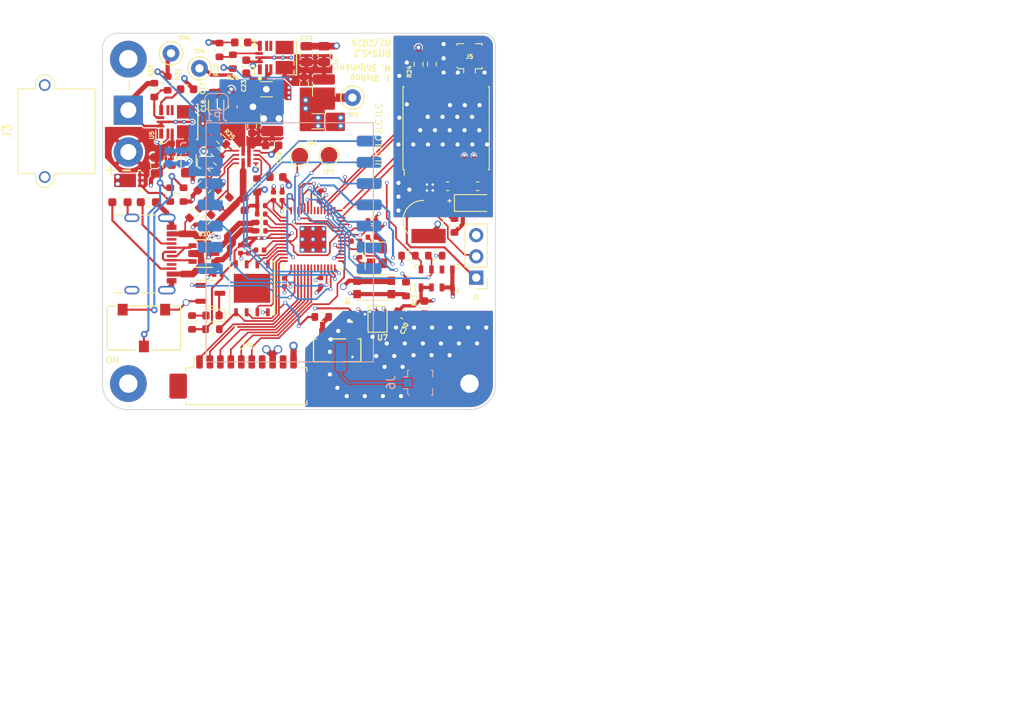
<source format=kicad_pcb>
(kicad_pcb (version 20221018) (generator pcbnew)
  (title_block (title "BITSv5.2") (date "2024-02-17") (rev "2") (company "UMDBPP"))
  (layers (0 "F.Cu" signal) (1 "In1.Cu" signal) (2 "In2.Cu" signal) (31 "B.Cu" signal) (34 "B.Paste" user) (35 "F.Paste" user) (36 "B.SilkS" user "B.Silkscreen") (37 "F.SilkS" user "F.Silkscreen") (38 "B.Mask" user) (39 "F.Mask" user) (44 "Edge.Cuts" user))
  (net 0 "")
  (net 1 "/QSPI_SS")
  (net 2 "/QSPI_SD1")
  (net 3 "/QSPI_SD2")
  (net 4 "GND")
  (net 5 "/QSPI_SD0")
  (net 6 "/QSPI_SCLK")
  (net 7 "/QSPI_SD3")
  (net 8 "+3V3")
  (net 9 "+BATT")
  (net 10 "Net-(U1-RUN)")
  (net 11 "Net-(J1-Pin_1)")
  (net 13 "Net-(J1-Pin_2)")
  (net 18 "+5V")
  (net 19 "Net-(D1-A)")
  (net 20 "Net-(C16-Pad1)")
  (net 21 "Net-(BT2-+)")
  (net 22 "Net-(U1-XIN)")
  (net 23 "Net-(C14-Pad1)")
  (net 24 "Net-(U5-VCC)")
  (net 25 "VBUS")
  (net 26 "/USB_D+")
  (net 27 "/USB_D-")
  (net 28 "Net-(D1-K)")
  (net 29 "/IRIDIUM_RXD")
  (net 30 "/IRIDIUM_CTS")
  (net 31 "/IRIDIUM_RTS")
  (net 32 "/IRIDIUM_NETAV")
  (net 33 "/IRIDIUM_RING")
  (net 34 "/IRIDIUM_TXD")
  (net 35 "Net-(U6-SS)")
  (net 36 "Net-(J2-CC1)")
  (net 37 "Net-(J2-D+-PadA6)")
  (net 38 "/LED")
  (net 39 "Net-(J6-In)")
  (net 40 "/TIMEPULSE")
  (net 41 "Net-(D2-K)")
  (net 44 "+1V1")
  (net 45 "Net-(J2-D--PadA7)")
  (net 49 "/EXTINT")
  (net 50 "/RDIO_RST")
  (net 51 "Net-(U1-XOUT)")
  (net 52 "/MISO")
  (net 53 "Net-(U1-USB_DM)")
  (net 54 "Net-(U1-USB_DP)")
  (net 55 "Net-(U6-OV1)")
  (net 56 "Net-(U6-ILM)")
  (net 57 "Net-(SW3-C)")
  (net 58 "Net-(U6-OV2)")
  (net 60 "/DRF_SW")
  (net 61 "/DRF_TXEN")
  (net 62 "/DRF_DIO1")
  (net 63 "/RP_SWCLK")
  (net 64 "/RP_SWD")
  (net 65 "/DRF_BUSY")
  (net 67 "/SCK")
  (net 68 "/DRF_CS")
  (net 69 "/MOSI")
  (net 70 "/FRAM_CS")
  (net 73 "Net-(SW2-B)")
  (net 76 "Net-(J2-CC2)")
  (net 77 "/SCL")
  (net 82 "/SDA")
  (net 85 "/BATT_REG")
  (net 86 "Net-(U8-VCC)")
  (net 87 "Net-(U8-VOUT)")
  (net 88 "Net-(JP1-A)")
  (net 89 "Net-(J5-In)")
  (net 90 "Net-(SW3-B)")
  (net 91 "Net-(U8-FB)")
  (net 92 "Net-(U6-CP2)")
  (net 93 "Net-(U6-PR1)")
  (net 94 "Net-(U5-FB)")
  (footprint "Resistor_SMD:R_0603_1608Metric" (layer "F.Cu") (at 145 68.8 180)
    (fp_text reference "R9" hide)
    (fp_text value "DNF")
  )
  (footprint "Capacitor_SMD:C_0603_1608Metric" (layer "F.Cu") (at 115.325 48.9)
    (fp_text reference "C17")
    (fp_text value "1uF")
  )
  (footprint "Capacitor_SMD:C_0402_1005Metric" (layer "F.Cu") (at 124.19 63.8256 180)
    (fp_text reference "C1" hide)
    (fp_text value "1uF")
  )
  (footprint "BITSv5:CL-SB-12B-01_NDC" (layer "F.Cu") (at 110.1601 77.453102 180)
    (fp_text reference "SW3" hide)
    (fp_text value "SLIDE")
  )
  (footprint "BITSv5:RP2040-QFN-56" (layer "F.Cu") (at 130.38 66.8481 90)
    (fp_text reference "U1" hide)
    (fp_text value "MCU_RaspberryPi_RP2040_RP2040")
  )
  (footprint "Resistor_SMD:R_0603_1608Metric" (layer "F.Cu") (at 119.8 62.4 45)
    (fp_text reference "R29" hide)
    (fp_text value "15k")
  )
  (footprint "BITSv5:SOT23-6L_STM" (layer "F.Cu") (at 117.3451 68.548102 180)
    (fp_text reference "U10")
    (fp_text value "USBLC6-2SC6")
  )
  (footprint "BITSv5:SEIKO_ML414H_IV01E" (layer "F.Cu") (at 143.55 64.6)
    (fp_text reference "BT2" hide)
    (fp_text value "3V")
  )
  (footprint "Resistor_SMD:R_0603_1608Metric" (layer "F.Cu") (at 143 45.9 -90)
    (fp_text reference "R24")
    (fp_text value "10K")
  )
  (footprint "Capacitor_SMD:C_0805_2012Metric" (layer "F.Cu") (at 111.7 58 -90)
    (fp_text reference "C21" hide)
    (fp_text value "4.7uF")
  )
  (footprint "Resistor_SMD:R_0402_1005Metric" (layer "F.Cu") (at 135.5 67.0656 180)
    (fp_text reference "R5" hide)
    (fp_text value "1K")
  )
  (footprint "MountingHole:MountingHole_2.2mm_M2_Pad" (layer "F.Cu") (at 108.3 84.1)
    (fp_text reference "H2" hide)
    (fp_text value "M2")
  )
  (footprint "Resistor_SMD:R_0603_1608Metric" (layer "F.Cu") (at 119.2 44.2 90)
    (fp_text reference "R33")
    (fp_text value "43.2k")
  )
  (footprint "TestPoint:TestPoint_Pad_D2.0mm" (layer "F.Cu") (at 128.8 56.9)
    (fp_text reference "TP1")
    (fp_text value "TestPoint")
  )
  (footprint "Resistor_SMD:R_0603_1608Metric" (layer "F.Cu") (at 123.7 60.4 -90)
    (fp_text reference "R17" hide)
    (fp_text value "44.2K")
  )
  (footprint "Resistor_SMD:R_0603_1608Metric" (layer "F.Cu") (at 118.7 56.4 135)
    (fp_text reference "R26" hide)
    (fp_text value "5k")
  )
  (footprint "Connector_USB:USB_C_Receptacle_GCT_USB4105-xx-A_16P_TopMnt_Horizontal" (layer "F.Cu") (at 109.7951 68.598102 -90)
    (fp_text reference "J2" hide)
    (fp_text value "USB_C_Receptacle_USB2.0")
  )
  (footprint "Resistor_SMD:R_0603_1608Metric" (layer "F.Cu") (at 111.4 49 90)
    (fp_text reference "R32")
    (fp_text value "25.5k")
  )
  (footprint "Resistor_SMD:R_0603_1608Metric" (layer "F.Cu") (at 113.3 61.5 90)
    (fp_text reference "R15" hide)
    (fp_text value "332k")
  )
  (footprint "Connector_AMASS:AMASS_XT30PW-M_1x02_P2.50mm_Horizontal" (layer "F.Cu") (at 108.3 51.4 90)
    (fp_text reference "J3")
    (fp_text value "XT30")
  )
  (footprint "Capacitor_SMD:C_0402_1005Metric" (layer "F.Cu") (at 131.13 61.7556 90)
    (fp_text reference "C9" hide)
    (fp_text value "100nF")
  )
  (footprint "Package_TO_SOT_SMD:SOT-23-3" (layer "F.Cu") (at 118.1 73.3)
    (fp_text reference "Q1" hide)
    (fp_text value "Q_NMOS_GSD")
  )
  (footprint "Capacitor_SMD:C_1206_3216Metric" (layer "F.Cu") (at 130.96 52.725)
    (fp_text reference "C28" hide)
    (fp_text value "15uF")
  )
  (footprint "Capacitor_SMD:C_0805_2012Metric" (layer "F.Cu") (at 129.6 44.7 90)
    (fp_text reference "C25")
    (fp_text value "22uF")
  )
  (footprint "TestPoint:TestPoint_Keystone_5000-5004_Miniature" (layer "F.Cu") (at 113.4 44.6)
    (fp_text reference "TP6")
    (fp_text value "TestPoint")
  )
  (footprint "Capacitor_SMD:C_0603_1608Metric" (layer "F.Cu") (at 150.075 60.5)
    (fp_text reference "C39" hide)
    (fp_text value "1uF")
  )
  (footprint "BITSv5:TPS2121" (layer "F.Cu") (at 122.4 57 -90)
    (fp_text reference "U6" hide)
    (fp_text value "TPS2121RUXR")
  )
  (footprint "BPP_Lib:RDN0011A-MFG-NO-VIA" (layer "F.Cu") (at 125.987501 45.1125 90)
    (fp_text reference "U8" hide)
    (fp_text value "TPSM33625FRDNR")
  )
  (footprint "Capacitor_SMD:C_0402_1005Metric" (layer "F.Cu") (at 135.97 68.5056 -90)
    (fp_text reference "C13" hide)
    (fp_text value "10pF")
  )
  (footprint "Capacitor_SMD:C_0603_1608Metric" (layer "F.Cu") (at 126 59.4)
    (fp_text reference "C33" hide)
    (fp_text value "1uF")
  )
  (footprint "Resistor_SMD:R_0603_1608Metric" (layer "F.Cu") (at 118.4 61.5 45)
    (fp_text reference "R23" hide)
    (fp_text value "0")
  )
  (footprint "Package_LGA:LGA-8_3x5mm_P1.25mm" (layer "F.Cu") (at 145.175 71.525 90)
    (fp_text reference "U11" hide)
    (fp_text value "MS5607-02BA")
  )
  (footprint "Capacitor_SMD:C_0603_1608Metric" (layer "F.Cu") (at 121.8 43.3 180)
    (fp_text reference "C24" hide)
    (fp_text value "1uF")
  )
  (footprint "Resistor_SMD:R_0603_1608Metric" (layer "F.Cu") (at 147.3 65.2 90)
    (fp_text reference "R14" hide)
    (fp_text value "3.3K")
  )
  (footprint "Capacitor_SMD:C_0402_1005Metric" (layer "F.Cu") (at 131.3 71.9456 -90)
    (fp_text reference "C10" hide)
    (fp_text value "100nF")
  )
  (footprint "MountingHole:MountingHole_2.2mm_M2_Pad" (layer "F.Cu") (at 108.3 45.3)
    (fp_text reference "H1" hide)
    (fp_text value "M2")
  )
  (footprint "Resistor_SMD:R_0603_1608Metric" (layer "F.Cu") (at 129.31 48.275 90)
    (fp_text reference "R10" hide)
    (fp_text value "100m")
  )
  (footprint "Capacitor_SMD:C_0603_1608Metric" (layer "F.Cu") (at 125.5 55.6)
    (fp_text reference "C16")
    (fp_text value "1uF")
  )
  (footprint "Button_Switch_SMD:SW_Push_1P1T_NO_CK_KMR2" (layer "F.Cu") (at 137.7 72.6)
    (fp_text reference "B1")
    (fp_text value "KMR2")
  )
  (footprint "Capacitor_SMD:C_0402_1005Metric" (layer "F.Cu") (at 122.675 68.025 -90)
    (fp_text reference "C6" hide)
    (fp_text value "100nF")
  )
  (footprint "BITSv5:CAS-120TB_NDC-M" (layer "F.Cu") (at 133.275 80.125 180)
    (fp_text reference "SW2" hide)
    (fp_text value "~")
  )
  (footprint "Capacitor_SMD:C_1206_3216Metric" (layer "F.Cu") (at 118.8 50.9 90)
    (fp_text reference "C18")
    (fp_text value "47uF")
  )
  (footprint "Capacitor_SMD:C_1206_3216Metric" (layer "F.Cu") (at 124.825 48.9)
    (fp_text reference "C38" hide)
    (fp_text value "15uF")
  )
  (footprint "Capacitor_SMD:C_0402_1005Metric" (layer "F.Cu") (at 137.43 64.6156)
    (fp_text reference "C3" hide)
    (fp_text value "100nF")
  )
  (footprint "Capacitor_SMD:C_0402_1005Metric" (layer "F.Cu") (at 121.725 68.0156 -90)
    (fp_text reference "C12" hide)
    (fp_text value "100nF")
  )
  (footprint "Crystal:Crystal_SMD_2520-4Pin_2.5x2.0mm" (layer "F.Cu") (at 138.02 68.8306 -90)
    (fp_text reference "Y1" hide)
    (fp_text value "12MHz")
  )
  (footprint "Capacitor_SMD:C_0603_1608Metric" (layer "F.Cu") (at 143.7 75 -90)
    (fp_text reference "C29" hide)
    (fp_text value "100nF")
  )
  (footprint "Resistor_SMD:R_0603_1608Metric" (layer "F.Cu") (at 114.9 61.5 -90)
    (fp_text reference "R16" hide)
    (fp_text value "100k")
  )
  (footprint "Resistor_SMD:R_0603_1608Metric" (layer "F.Cu") (at 141.5 72.8 -90)
    (fp_text reference "R11")
    (fp_text value "10k")
  )
  (footprint "Capacitor_SMD:C_0603_1608Metric" (layer "F.Cu") (at 122.4 46.2 90)
    (fp_text reference "C23")
    (fp_text value "100nF")
  )
  (footprint "TestPoint:TestPoint_Pad_D2.0mm" (layer "F.Cu") (at 132.3 56.8)
    (fp_text reference "TP2")
    (fp_text value "TestPoint")
  )
  (footprint "Resistor_SMD:R_0603_1608Metric" (layer "F.Cu") (at 120.8 45.6 90)
    (fp_text reference "R20")
    (fp_text value "100k")
  )
  (footprint "BITSv5:TVS1800" (layer "F.Cu") (at 108.7 59.8)
    (fp_text reference "U9" hide)
    (fp_text value "TVS1800DRVR")
  )
  (footprint "Capacitor_SMD:C_0402_1005Metric" (layer "F.Cu") (at 137.43 65.5956)
    (fp_text reference "C11" hide)
    (fp_text value "100nF")
  )
  (footprint "Connector_PinHeader_2.54mm:PinHeader_1x03_P2.54mm_Vertical" (layer "F.Cu") (at 149.9 71.425 180)
    (fp_text reference "J1")
    (fp_text value "Conn_01x03_Pin")
  )
  (footprint "Inductor_SMD:L_1210_3225Metric" (layer "F.Cu") (at 125.5 52.5 -90)
    (fp_text reference "L4" hide)
    (fp_text value "3.3uH")
  )
  (footprint "Resistor_SMD:R_0603_1608Metric" (layer "F.Cu") (at 119.4 54.9 -45)
    (fp_text reference "R25")
    (fp_text value "10.2k")
  )
  (footprint "Resistor_SMD:R_0603_1608Metric" (layer "F.Cu") (at 141.8 68.8)
    (fp_text reference "R6" hide)
    (fp_text value "DNF")
  )
  (footprint "Resistor_SMD:R_0603_1608Metric" (layer "F.Cu") (at 116.2 63.7 45)
    (fp_text reference "R22" hide)
    (fp_text value "DNF")
  )
  (footprint "Capacitor_SMD:C_0402_1005Metric" (layer "F.Cu") (at 124.19 62.8156 180)
    (fp_text reference "C2" hide)
    (fp_text value "1uF")
  )
  (footprint "Resistor_SMD:R_0402_1005Metric" (layer "F.Cu") (at 124.19 65.8356)
    (fp_text reference "R2" hide)
    (fp_text value "27")
  )
  (footprint "Capacitor_SMD:C_0402_1005Metric" (layer "F.Cu") (at 137.43 66.5956)
    (fp_text reference "C14" hide)
    (fp_text value "10pF")
  )
  (footprint "Capacitor_SMD:C_0603_1608Metric" (layer "F.Cu") (at 141.202389 75.827529 -25)
    (fp_text reference "C30")
    (fp_text value "100nF")
  )
  (footprint "Resistor_SMD:R_0603_1608Metric" (layer "F.Cu") (at 131.425 76.125 180)
    (fp_text reference "R4" hide)
    (fp_text value "1K")
  )
  (footprint "Capacitor_SMD:C_0603_1608Metric" (layer "F.Cu") (at 122.2 62.6 -90)
    (fp_text reference "C15" hide)
    (fp_text value "10uF")
  )
  (footprint "BPP_Lib:RDN0011A-MFG-NO-VIA" (layer "F.Cu") (at 114.187501 52.8 90)
    (fp_text reference "U5")
    (fp_text value "TPSM33625FRDNR")
  )
  (footprint "Capacitor_SMD:C_0402_1005Metric" (layer "F.Cu") (at 126.98 71.9956 -90)
    (fp_text reference "C5" hide)
    (fp_text value "100nF")
  )
  (footprint "Resistor_SMD:R_0603_1608Metric" (layer "F.Cu") (at 113 48.2 -90)
    (fp_text reference "R31")
    (fp_text value "100k")
  )
  (footprint "Resistor_SMD:R_0603_1608Metric" (layer "F.Cu") (at 144.6 45.9 -90)
    (fp_text reference "R21" hide)
    (fp_text value "10K")
  )
  (footprint "Resistor_SMD:R_0603_1608Metric" (layer "F.Cu") (at 117.2 60.4 -135)
    (fp_text reference "R28" hide)
    (fp_text value "0")
  )
  (footprint "Resistor_SMD:R_0603_1608Metric" (layer "F.Cu") (at 115.9175 76.79 90)
    (fp_text reference "R12" hide)
    (fp_text value "470")
  )
  (footprint "Capacitor_SMD:C_0402_1005Metric" (layer "F.Cu") (at 124.05 68.1256 180)
    (fp_text reference "C4" hide)
    (fp_text value "100nF")
  )
  (footprint "Resistor_SMD:R_0402_1005Metric" (layer "F.Cu") (at 124.19 64.8356)
    (fp_text reference "R1" hide)
    (fp_text value "27")
  )
  (footprint "Capacitor_SMD:C_0402_1005Metric" (layer "F.Cu") (at 126.69 61.6956 90)
    (fp_text reference "C32" hide)
    (fp_text value "100nF")
  )
  (footprint "Connector_Molex:Molex_PicoBlade_53261-1071_1x10-1MP_P1.25mm_Horizontal" (layer "F.Cu") (at 122.43 83.9)
    (fp_text reference "J4")
    (fp_text value "PicoBlade_53261-1071")
  )
  (footprint "LED_SMD:LED_0603_1608Metric" (layer "F.Cu") (at 118.3675 75.95 180)
    (fp_text reference "D1" hide)
    (fp_text value "LED")
  )
  (footprint "Capacitor_SMD:C_0603_1608Metric" (layer "F.Cu") (at 120.8 51 90)
    (fp_text reference "C34" hide)
    (fp_text value "10uF")
  )
  (footprint "Resistor_SMD:R_0603_1608Metric" (layer "F.Cu") (at 123.1 53.3 -90)
    (fp_text reference "R13" hide)
    (fp_text value "100m")
  )
  (footprint "Capacitor_SMD:C_0603_1608Metric" (layer "F.Cu") (at 146.475 60.5 180)
    (fp_text reference "C40" hide)
    (fp_text value "1uF")
  )
  (footprint "Resistor_SMD:R_0603_1608Metric" (layer "F.Cu") (at 118.3 58.2 -45)
    (fp_text reference "R27" hide)
    (fp_text value "DNF")
  )
  (footprint "BPP_Lib:BalloonArt" (layer "F.Cu") (at 145.1 84)
    (fp_text reference "REF**" hide)
    (fp_text value "BalloonArt")
  )
  (footprint "Capacitor_SMD:C_0402_1005Metric" (layer "F.Cu") (at 119.035 71.035 180)
    (fp_text reference "C7" hide)
    (fp_text value "100nF")
  )
  (footprint "MountingHole:MountingHole_2.2mm_M2_Pad" (layer "F.Cu") (at 149.1 84.1)
    (fp_text reference "H3" hide)
    (fp_text value "M2")
  )
  (footprint "TestPoint:TestPoint_Keystone_5000-5004_Miniature" (layer "F.Cu") (at 116.8 46.4)
    (fp_text reference "TP4")
    (fp_text value "TestPoint")
  )
  (footprint "Resistor_SMD:R_0603_1608Metric" (layer "F.Cu") (at 117.6 64.5 -135)
    (fp_text reference "R30" hide)
    (fp_text value "47.5k")
  )
  (footprint "Capacitor_SMD:C_0805_2012Metric" (layer "F.Cu") (at 131.7 44.7 90)
    (fp_text reference "C31")
    (fp_text value "22uF")
  )
  (footprint "Inductor_SMD:L_1210_3225Metric" (layer "F.Cu") (at 131.685 49.125 90)
    (fp_text reference "L3" hide)
    (fp_text value "3.3uH")
  )
  (footprint "Diode_SMD:D_SOD-123F" (layer "F.Cu") (at 149.5 62.5)
    (fp_text reference "D2" hide)
    (fp_text value "0.5A/40V/240mV")
  )
  (footprint "Capacitor_SMD:C_0603_1608Metric" (layer "F.Cu") (at 113.5 57.2 -90)
    (fp_text reference "C19" hide)
    (fp_text value "100nF")
  )
  (footprint "Connector_Coaxial:U.FL_Molex_MCRF_73412-0110_Vertical" (layer "F.Cu") (at 149.1 44.95)
    (fp_text reference "J5")
    (fp_text value "U.FL")
  )
  (footprint "Resistor_SMD:R_0603_1608Metric_Pad0.98x0.95mm_HandSolder" (layer "F.Cu") (at 107.3 62.4)
    (fp_text reference "R8" hide)
    (fp_text value "5.1K")
  )
  (footprint "Capacitor_SMD:C_0402_1005Metric" (layer "F.Cu") (at 125.66 61.6956 90)
    (fp_text reference "C8" hide)
    (fp_text value "100nF")
  )
  (footprint "BPP_Lib:BGA8CP30X40_5X3_309X228X35B25N" (layer "F.Cu") (at 138.1 76.4)
    (fp_text reference "U7")
    (fp_text value "MB85RS1MT")
  )
  (footprint "Resistor_SMD:R_0603_1608Metric_Pad0.98x0.95mm_HandSolder" (layer "F.Cu") (at 110.7 62.4 180)
    (fp_text reference "R7" hide)
    (fp_text value "5.1K")
  )
  (footprint "Resistor_SMD:R_0603_1608Metric" (layer "F.Cu") (at 118.3575 77.59 180)
    (fp_text reference "R3" hide)
    (fp_text value "DNF")
  )
  (footprint "BITSv5:WSON_128JVPIQ_WIN" (layer "F.Cu") (at 123.085 72.7008 90)
    (fp_text reference "U2" hide)
    (fp_text value "W25Q128JVS")
  )
  (footprint "Capacitor_SMD:C_1206_3216Metric" (layer "F.Cu") (at 115.5 57.4 -90)
    (fp_text reference "C20" hide)
    (fp_text value "47uF")
  )
  (footprint "RF_GPS:ublox_MAX" (layer "F.Cu") (at 146.3 53.55 90)
    (fp_text reference "U3" hide)
    (fp_text value "MAX-M10S")
  )
  (footprint "TestPoint:TestPoint_Keystone_5000-5004_Miniature" (layer "F.Cu") (at 135.1 49.9)
    (fp_text reference "TP5")
    (fp_text value "TestPoint")
  )
  (footprint "Jumper:SolderJumper-2_P1.3mm_Open_RoundedPad1.0x1.5mm" (layer "B.Cu") (at 118.85 50.4)
    (fp_text reference "JP1")
    (fp_text value "SolderJumper_2_Open")
  )
  (footprint "Capacitor_SMD:C_0603_1608Metric" (layer "B.Cu") (at 114.625 57.025 -90)
    (fp_text reference "C26" hide)
    (fp_text value "10uF")
  )
  (footprint "BITSv5:DRF1262TL" (layer "B.Cu") (at 127.6 67.2)
    (fp_text reference "U4" hide)
    (fp_text value "DRF1262TL")
  )
  (footprint "Connector_Coaxial:U.FL_Molex_MCRF_73412-0110_Vertical" (layer "B.Cu") (at 143.2 84 90)
    (fp_text reference "J6")
    (fp_text value "U.FL")
  )
  (footprint "Capacitor_SMD:C_0603_1608Metric" (layer "B.Cu") (at 113.1 57.025 -90)
    (fp_text reference "C27" hide)
    (fp_text value "1uF")
  )
  (gr_arc (start 150.7 42.2) (mid 151.76066 42.63934) (end 152.2 43.7) (stroke (width 0.1)) (layer "Edge.Cuts"))
  (gr_line (start 107 42.2) (end 150.7 42.2) (stroke (width 0.1)) (layer "Edge.Cuts"))
  (gr_line (start 105.2 84.2) (end 105.2 44) (stroke (width 0.1)) (layer "Edge.Cuts"))
  (gr_arc (start 152.2 84.2) (mid 151.32132 86.32132) (end 149.2 87.2) (stroke (width 0.1)) (layer "Edge.Cuts"))
  (gr_line (start 152.2 84.2) (end 152.2 43.7) (stroke (width 0.1)) (layer "Edge.Cuts"))
  (gr_line (start 149.2 87.2) (end 108.2 87.2) (stroke (width 0.1)) (layer "Edge.Cuts"))
  (gr_arc (start 108.2 87.2) (mid 106.07868 86.32132) (end 105.2 84.2) (stroke (width 0.1)) (layer "Edge.Cuts"))
  (gr_arc (start 105.2 44) (mid 105.727208 42.727208) (end 107 42.2) (stroke (width 0.1)) (layer "Edge.Cuts"))
  (gr_text "BITSv5.2\n02/2024" (at 139.8 42.9 180) (layer "F.SilkS") (effects (font (size 0.75 0.7) (thickness 0.15) bold) (justify left bottom)))
  (gr_text "JLCJLCJLCJLC" (at 138.7 58.3 90) (layer "F.SilkS") (effects (font (size 0.75 0.75) (thickness 0.12)) (justify left bottom)))
  (gr_text "ON" (at 106.4 81.3) (layer "F.SilkS") (effects (font (size 0.75 0.75) (thickness 0.15) bold)))
  (gr_text "J. Bishop\nM. Shipman" (at 139.8 45.9 180) (layer "F.SilkS") (effects (font (size 0.75 0.7) (thickness 0.15) bold) (justify left bottom)))
  (segment (start 126.575711 69.4481) (end 126.302672 69.721139) (width 0.2) (layer "F.Cu") (net 1))
  (segment (start 119.1825 77.59) (end 119.1825 77.5685) (width 0.25) (layer "F.Cu") (net 1))
  (segment (start 125.560448 76.6076) (end 122.2166 76.6076) (width 0.2) (layer "F.Cu") (net 1))
  (segment (start 126.9425 69.4481) (end 126.575711 69.4481) (width 0.2) (layer "F.Cu") (net 1))
  (segment (start 122.2166 76.6076) (end 121.18 75.571) (width 0.2) (layer "F.Cu") (net 1))
  (segment (start 126.49 75.01) (end 127.07 74.43) (width 0.2) (layer "F.Cu") (net 1))
  (segment (start 128.67 77.24) (end 129.785 76.125) (width 0.25) (layer "F.Cu") (net 1))
  (segment (start 126.302672 69.721139) (end 126.302672 75.01) (width 0.2) (layer "F.Cu") (net 1))
  (segment (start 119.1825 77.5685) (end 121.18 75.571) (width 0.25) (layer "F.Cu") (net 1))
  (segment (start 126.302672 75.865376) (end 125.560448 76.6076) (width 0.2) (layer "F.Cu") (net 1))
  (segment (start 126.302672 75.01) (end 126.302672 75.865376) (width 0.2) (layer "F.Cu") (net 1))
  (segment (start 129.785 76.125) (end 130.6 76.125) (width 0.25) (layer "F.Cu") (net 1))
  (segment (start 126.302672 75.01) (end 126.49 75.01) (width 0.2) (layer "F.Cu") (net 1))
  (via (at 128.67 77.24) (size 0.45) (drill 0.3) (layers "F.Cu" "B.Cu") (net 1))
  (via (at 127.07 74.43) (size 0.45) (drill 0.3) (layers "F.Cu" "B.Cu") (net 1))
  (segment (start 128.67 76.03) (end 127.07 74.43) (width 0.25) (layer "B.Cu") (net 1))
  (segment (start 128.67 77.24) (end 128.67 76.03) (width 0.25) (layer "B.Cu") (net 1))
  (segment (start 126.9425 69.0481) (end 126.513263 69.0481) (width 0.2) (layer "F.Cu") (net 2))
  (segment (start 126.513263 69.0481) (end 125.975672 69.585691) (width 0.2) (layer "F.Cu") (net 2))
  (segment (start 123.1596 76.2806) (end 122.45 75.571) (width 0.2) (layer "F.Cu") (net 2))
  (segment (start 125.425 76.2806) (end 123.1596 76.2806) (width 0.2) (layer "F.Cu") (net 2))
  (segment (start 125.975672 75.729928) (end 125.425 76.2806) (width 0.2) (layer "F.Cu") (net 2))
  (segment (start 125.975672 69.585691) (end 125.975672 75.729928) (width 0.2) (layer "F.Cu") (net 2))
  (segment (start 126.9425 68.6481) (end 126.234844 68.6481) (width 0.2) (layer "F.Cu") (net 3))
  (segment (start 125.648672 69.234272) (end 125.648672 74.490028) (width 0.2) (layer "F.Cu") (net 3))
  (segment (start 123.9644 74.7756) (end 123.72 75.02) (width 0.2) (layer "F.Cu") (net 3))
  (segment (start 125.3631 74.7756) (end 123.9644 74.7756) (width 0.2) (layer "F.Cu") (net 3))
  (segment (start 123.72 75.02) (end 123.72 75.571) (width 0.2) (layer "F.Cu") (net 3))
  (segment (start 126.234844 68.6481) (end 125.648672 69.234272) (width 0.2) (layer "F.Cu") (net 3))
  (segment (start 125.648672 74.490028) (end 125.3631 74.7756) (width 0.2) (layer "F.Cu") (net 3))
  (segment (start 123.3 45.612499) (end 122.587499 45.612499) (width 0.3) (layer "F.Cu") (net 4))
  (segment (start 110.199999 53.299999) (end 108.3 51.4) (width 0.3) (layer "F.Cu") (net 4))
  (segment (start 123.949999 56.249999) (end 124.2 56.5) (width 0.2) (layer "F.Cu") (net 4))
  (segment (start 126.275 55.825) (end 125.4 56.7) (width 0.5) (layer "F.Cu") (net 4))
  (segment (start 116.1 48.9) (end 115 47.8) (width 0.5) (layer "F.Cu") (net 4))
  (segment (start 133 67.5) (end 133.3481 67.8481) (width 0.2) (layer "F.Cu") (net 4))
  (segment (start 129.6 43.75) (end 131.7 43.75) (width 0.8) (layer "F.Cu") (net 4))
  (segment (start 123.2 46.1) (end 123.3 46) (width 0.3) (layer "F.Cu") (net 4))
  (segment (start 113.4751 64.853102) (end 112.9001 64.278102) (width 0.6) (layer "F.Cu") (net 4))
  (segment (start 112.9001 63.6876) (end 111.6125 62.4) (width 0.6) (layer "F.Cu") (net 4))
  (segment (start 131.13 61.17) (end 131.13 61.2756) (width 0.5) (layer "F.Cu") (net 4))
  (segment (start 131.8 60.9) (end 131.7 61) (width 0.5) (layer "F.Cu") (net 4))
  (segment (start 145.3 65) (end 145.3 65.35) (width 0.5) (layer "F.Cu") (net 4))
  (segment (start 118.145 71.035) (end 118.555 71.035) (width 0.25) (layer "F.Cu") (net 4))
  (segment (start 118.1 66.8) (end 118.5 66.4) (width 0.2) (layer "F.Cu") (net 4))
  (segment (start 121.725 69.045) (end 121.83 69.15) (width 0.2) (layer "F.Cu") (net 4))
  (segment (start 123.937503 45.612499) (end 123.937503 45.412498) (width 0.3) (layer "F.Cu") (net 4))
  (segment (start 123.7 61.225) (end 124.025 60.9) (width 0.45) (layer "F.Cu") (net 4))
  (segment (start 112.137503 53.099998) (end 112.437501 52.8) (width 0.3) (layer "F.Cu") (net 4))
  (segment (start 117.783363 55.816637) (end 117.3 56.3) (width 0.2) (layer "F.Cu") (net 4))
  (segment (start 111 59.65) (end 111 60.4) (width 0.5) (layer "F.Cu") (net 4))
  (segment (start 112.137503 53.299999) (end 110.199999 53.299999) (width 0.3) (layer "F.Cu") (net 4))
  (segment (start 114.344999 75.255001) (end 112.7001 75.255001) (width 0.25) (layer "F.Cu") (net 4))
  (segment (start 135.1 80.9) (end 133.9327 82.0673) (width 0.45) (layer "F.Cu") (net 4))
  (segment (start 108.3 50.5) (end 108.3 51.4) (width 0.6) (layer "F.Cu") (net 4))
  (segment (start 119.125 43.3) (end 117.9 43.3) (width 0.5) (layer "F.Cu") (net 4))
  (segment (start 135.4 69) (end 136.1056 69.7056) (width 0.25) (layer "F.Cu") (net 4))
  (segment (start 134 72.5) (end 134.7 71.8) (width 0.5) (layer "F.Cu") (net 4))
  (segment (start 108.2125 63.770502) (end 108.7201 64.278102) (width 0.25) (layer "F.Cu") (net 4))
  (segment (start 127.5 60.4) (end 127.5 60.125) (width 0.5) (layer "F.Cu") (net 4))
  (segment (start 131.7 61) (end 131.3 61) (width 0.5) (layer "F.Cu") (net 4))
  (segment (start 113.4751 72.343102) (end 112.9001 72.918102) (width 0.6) (layer "F.Cu") (net 4))
  (segment (start 112.675 57.975) (end 113.5 57.975) (width 0.5) (layer "F.Cu") (net 4))
  (segment (start 138.0956 66.5956) (end 138.72 67.22) (width 0.4) (layer "F.Cu") (net 4))
  (segment (start 119.325 48.9) (end 118.8 49.425) (width 0.5) (layer "F.Cu") (net 4))
  (segment (start 137.7 75.8) (end 137.5 75.8) (width 0.25) (layer "F.Cu") (net 4))
  (segment (start 124.2 56.5) (end 125.2 56.5) (width 0.2) (layer "F.Cu") (net 4))
  (segment (start 115.2 74.4) (end 115.35 74.25) (width 0.25) (layer "F.Cu") (net 4))
  (segment (start 145.8 72.6) (end 147.05 72.6) (width 0.5) (layer "F.Cu") (net 4))
  (segment (start 122.587499 45.612499) (end 122.4 45.425) (width 0.2) (layer "F.Cu") (net 4))
  (segment (start 145.3 65.35) (end 144.2 66.45) (width 0.5) (layer "F.Cu") (net 4))
  (segment (start 120.6 48.9) (end 119.325 48.9) (width 0.5) (layer "F.Cu") (net 4))
  (segment (start 128.05 79.58) (end 128.055 79.585) (width 0.75) (layer "F.Cu") (net 4))
  (segment (start 126.98 72.4756) (end 126.98 73.2156) (width 0.2) (layer "F.Cu") (net 4))
  (segment (start 121.7344 68.505) (end 121.725 68.4956) (width 0.2) (layer "F.Cu") (net 4))
  (segment (start 122.7594 62.8156) (end 122.2 63.375) (width 0.45) (layer "F.Cu") (net 4))
  (segment (start 123.71 63.8256) (end 123.71 62.8156) (width 0.45) (layer "F.Cu") (net 4))
  (segment (start 137.91 65.5956) (end 137.91 66.5956) (width 0.4) (layer "F.Cu") (net 4))
  (segment (start 123.71 62.8156) (end 122.7594 62.8156) (width 0.45) (layer "F.Cu") (net 4))
  (segment (start 119.7 60.2) (end 119.7 59.9) (width 0.4) (layer "F.Cu") (net 4))
  (segment (start 116 61.6) (end 116.616637 60.983363) (width 0.5) (layer "F.Cu") (net 4))
  (segment (start 113.4751 65.398102) (end 113.4751 64.853102) (width 0.6) (layer "F.Cu") (net 4))
  (segment (start 120.8 49.1) (end 120.6 48.9) (width 0.5) (layer "F.Cu") (net 4))
  (segment (start 114.9 62.325) (end 115.775 62.325) (width 0.5) (layer "F.Cu") (net 4))
  (segment (start 119.275 43.3) (end 119.2 43.375) (width 0.2) (layer "F.Cu") (net 4))
  (segment (start 123.549998 58.450002) (end 123.5 58.5) (width 0.2) (layer "F.Cu") (net 4))
  (segment (start 137.5 75.8) (end 137.2 75.5) (width 0.25) (layer "F.Cu") (net 4))
  (segment (start 110.575 48.225) (end 108.3 50.5) (width 0.6) (layer "F.Cu") (net 4))
  (segment (start 115 47.8) (end 115 47.6) (width 0.5) (layer "F.Cu") (net 4))
  (segment (start 111.7 58.95) (end 112.675 57.975) (width 0.5) (layer "F.Cu") (net 4))
  (segment (start 108.2125 62.4) (end 108.2125 63.770502) (width 0.25) (layer "F.Cu") (net 4))
  (segment (start 123.57 68.1256) (end 123.0544 68.1256) (width 0.2) (layer "F.Cu") (net 4))
  (segment (start 137.91 65.5956) (end 138.4044 65.5956) (width 0.3) (layer "F.Cu") (net 4))
  (segment (start 131.3 72.4256) (end 131.3 72.72) (width 0.45) (layer "F.Cu") (net 4))
  (segment (start 123.549998 56.249999) (end 123.949999 56.249999) (width 0.2) (layer "F.Cu") (net 4))
  (segment (start 112.437501 52.8) (end 115.9575 52.8) (width 0.3) (layer "F.Cu") (net 4))
  (segment (start 116 62.1) (end 116 61.6) (width 0.5) (layer "F.Cu") (net 4))
  (segment (start 123.71 62.8156) (end 123.71 61.235) (width 0.45) (layer "F.Cu") (net 4))
  (segment (start 147.1 73.7) (end 147.1 72.65) (width 0.5) (layer "F.Cu") (net 4))
  (segment (start 123.0544 68.1256) (end 122.675 68.505) (width 0.2) (layer "F.Cu") (net 4))
  (segment (start 133.15 43.75) (end 133.2 43.7) (width 0.8) (layer "F.Cu") (net 4))
  (segment (start 115.35 74.25) (end 116.9625 74.25) (width 0.25) (layer "F.Cu") (net 4))
  (segment (start 118.5 66.4) (end 118.9 66.4) (width 0.2) (layer "F.Cu") (net 4))
  (segment (start 126.7 61.2056) (end 126.69 61.2156) (width 0.45) (layer "F.Cu") (net 4))
  (segment (start 112.9001 64.278102) (end 112.9001 63.6876) (width 0.6) (layer "F.Cu") (net 4))
  (segment (start 118.1 66.8) (end 117.8 67.1) (width 0.3) (layer "F.Cu") (net 4))
  (segment (start 147.05 70.45) (end 147.05 72.6) (width 0.5) (layer "F.Cu") (net 4))
  (segment (start 124.237501 45.1125) (end 127.7575 45.1125) (width 0.3) (layer "F.Cu") (net 4))
  (segment (start 119.2 43.375) (end 119.125 43.3) (width 0.5) (layer "F.Cu") (net 4))
  (segment (start 111.7 58.95) (end 111 59.65) (width 0.5) (layer "F.Cu") (net 4))
  (segment (start 138.72 67.22) (end 138.72 67.9556) (width 0.4) (layer "F.Cu") (net 4))
  (segment (start 118.983363 60.916637) (end 119.7 60.2) (width 0.4) (layer "F.Cu") (net 4))
  (segment (start 123.71 61.235) (end 123.7 61.225) (width 0.45) (layer "F.Cu") (net 4))
  (segment (start 131.3 72.72) (end 130.8 73.22) (width 0.45) (layer "F.Cu") (net 4))
  (segment (start 115.5 58.875) (end 116 59.375) (width 0.5) (layer "F.Cu") (net 4))
  (segment (start 123.3 46) (end 123.3 45.612499) (width 0.3) (layer "F.Cu") (net 4))
  (segment (start 136.1056 69.7056) (end 137.32 69.7056) (width 0.25) (layer "F.Cu") (net 4))
  (segment (start 135.4144 68.9856) (end 135.97 68.9856) (width 0.2) (layer "F.Cu") (net 4))
  (segment (start 125.66 60.54) (end 125.66 61.2156) (width 0.45) (layer "F.Cu") (net 4))
  (segment (start 131.3 61) (end 131.13 61.17) (width 0.5) (layer "F.Cu") (net 4))
  (segment (start 117.016637 65.083363) (end 116.316637 65.083363) (width 0.5) (layer "F.Cu") (net 4))
  (segment (start 115.775 62.325) (end 116 62.1) (width 0.5) (layer "F.Cu") (net 4))
  (segment (start 137.91 66.5956) (end 138.0956 66.5956) (width 0.4) (layer "F.Cu") (net 4))
  (segment (start 117.8 67.1) (end 117.8 68.2) (width 0.3) (layer "F.Cu") (net 4))
  (segment (start 147.1 72.65) (end 147.05 72.6) (width 0.5) (layer "F.Cu") (net 4))
  (segment (start 123.937503 45.612499) (end 123.3 45.612499) (width 0.3) (layer "F.Cu") (net 4))
  (segment (start 124.366402 75.571) (end 124.99 75.571) (width 0.25) (layer "F.Cu") (net 4))
  (segment (start 123.549998 57.750001) (end 123.549998 58.450002) (width 0.2) (layer "F.Cu") (net 4))
  (segment (start 116.316637 65.083363) (end 116 65.4) (width 0.5) (layer "F.Cu") (net 4))
  (segment (start 115.2 74.4) (end 114.344999 75.255001) (width 0.25) (layer "F.Cu") (net 4))
  (segment (start 118.9 66.4) (end 119.1 66.6) (width 0.2) (layer "F.Cu") (net 4))
  (segment (start 121.025 43.3) (end 119.275 43.3) (width 0.2) (layer "F.Cu") (net 4))
  (segment (start 113.4751 71.798102) (end 113.4751 72.343102) (width 0.6) (layer "F.Cu") (net 4))
  (segment (start 128.055 79.585) (end 128.055 81.505) (width 0.75) (layer "F.Cu") (net 4))
  (segment (start 137.91 64.6156) (end 137.91 64.13) (width 0.3) (layer "F.Cu") (net 4))
  (segment (start 111.4 48.225) (end 110.575 48.225) (width 0.6) (layer "F.Cu") (net 4))
  (segment (start 116 59.375) (end 116 60) (width 0.5) (layer "F.Cu") (net 4))
  (segment (start 133.3481 67.8481) (end 133.8175 67.8481) (width 0.2) (layer "F.Cu") (net 4))
  (segment (start 121.725 68.4956) (end 121.725 69.045) (width 0.2) (layer "F.Cu") (net 4))
  (segment (start 112.137503 53.299999) (end 112.137503 53.099998) (width 0.3) (layer "F.Cu") (net 4))
  (segment (start 139.75 71.8) (end 135.65 71.8) (width 0.8) (layer "F.Cu") (net 4))
  (segment (start 123.937503 45.412498) (end 124.237501 45.1125) (width 0.3) (layer "F.Cu") (net 4))
  (segment (start 126.275 55.6) (end 126.275 55.825) (width 0.5) (layer "F.Cu") (net 4))
  (segment (start 134.7 71.8) (end 135.65 71.8) (width 0.5) (layer "F.Cu") (net 4))
  (segment (start 120.8 50.225) (end 120.8 49.1) (width 0.5) (layer "F.Cu") (net 4))
  (segment (start 138.4044 65.5956) (end 139 65) (width 0.3) (layer "F.Cu") (net 4))
  (segment (start 135.4 69) (end 135.4144 68.9856) (width 0.2) (layer "F.Cu") (net 4))
  (segment (start 125.7 60.5) (end 125.66 60.54) (width 0.45) (layer "F.Cu") (net 4))
  (segment (start 122.675 68.505) (end 121.7344 68.505) (width 0.2) (layer "F.Cu") (net 4))
  (segment (start 125.2 56.5) (end 125.4 56.7) (width 0.2) (layer "F.Cu") (net 4))
  (segment (start 126.7 60.5) (end 126.7 61.2056) (width 0.45) (layer "F.Cu") (net 4))
  (segment (start 133.9327 82.0673) (end 133.275 82.0673) (width 0.45) (layer "F.Cu") (net 4))
  (segment (start 117.78 71.4) (end 118.145 71.035) (width 0.25) (layer "F.Cu") (net 4))
  (segment (start 131.7 43.75) (end 133.15 43.75) (width 0.8) (layer "F.Cu") (net 4))
  (segment (start 124.025 60.9) (end 124.6 60.9) (width 0.45) (layer "F.Cu") (net 4))
  (segment (start 137.91 64.13) (end 138.26 63.78) (width 0.3) (layer "F.Cu") (net 4))
  (segment (start 127.5 60.125) (end 126.775 59.4) (width 0.5) (layer "F.Cu") (net 4))
  (segment (start 118.116637 55.816637) (end 117.783363 55.816637) (width 0.2) (layer "F.Cu") (net 4))
  (via (at 123.2 46.1) (size 0.8) (drill 0.4) (layers "F.Cu" "B.Cu") (net 4))
  (via (at 150.266668 53.8) (size 0.8) (drill 0.5) (layers "F.Cu" "B.Cu") (net 4))
  (via (at 138.94 82.1) (size 0.8) (drill 0.5) (layers "F.Cu" "B.Cu") (net 4))
  (via (at 141.599998 50.7) (size 0.8) (drill 0.5) (layers "F.Cu" "B.Cu") (net 4))
  (via (at 117.9 43.3) (size 0.8) (drill 0.4) (layers "F.Cu" "B.Cu") (net 4))
  (via (at 137.94 80.8) (size 0.8) (drill 0.5) (layers "F.Cu" "B.Cu") (net 4))
  (via (at 146 46.9) (size 0.8) (drill 0.5) (layers "F.Cu" "B.Cu") (net 4))
  (via (at 150 79.3) (size 0.8) (drill 0.5) (layers "F.Cu" "B.Cu") (net 4))
  (via (at 127.5 48.7) (size 0.45) (drill 0.3) (layers "F.Cu" "B.Cu") (net 4))
  (via (at 142.4 80.7) (size 0.8) (drill 0.5) (layers "F.Cu" "B.Cu") (net 4))
  (via (at 134.7 76.6) (size 0.8) (drill 0.5) (layers "F.Cu" "B.Cu") (net 4))
  (via (at 147.666664 55.5) (size 0.8) (drill 0.5) (layers "F.Cu" "B.Cu") (net 4))
  (via (at 149.43333 55.5) (size 0.8) (drill 0.5) (layers "F.Cu" "B.Cu") (net 4))
  (via (at 146.78 77.4) (size 0.8) (drill 0.5) (layers "F.Cu" "B.Cu") (net 4))
  (via (at 125.7 60.5) (size 0.45) (drill 0.3) (layers "F.Cu" "B.Cu") (net 4))
  (via (at 107.025 60.225) (size 0.6) (drill 0.45) (layers "F.Cu" "B.Cu") (net 4))
  (via (at 139 65) (size 0.45) (drill 0.3) (layers "F.Cu" "B.Cu") (net 4))
  (via (at 133.4 77.8) (size 0.8) (drill 0.5) (layers "F.Cu" "B.Cu") (net 4))
  (via (at 136.58 85.6) (size 0.8) (drill 0.5) (layers "F.Cu" "B.Cu") (net 4))
  (via (at 134.42 85.6) (size 0.8) (drill 0.5) (layers "F.Cu" "B.Cu") (net 4))
  (via (at 131.8 60.9) (size 0.45) (drill 0.3) (layers "F.Cu" "B.Cu") (net 4))
  (via (at 119.7 59.9) (size 0.45) (drill 0.3) (layers "F.Cu" "B.Cu") (net 4))
  (via (at 140.6 60.1) (size 0.8) (drill 0.5) (layers "F.Cu" "B.Cu") (net 4))
  (via (at 116 65.4) (size 0.45) (drill 0.3) (layers "F.Cu" "B.Cu") (net 4))
  (via (at 143.2 53.8) (size 0.8) (drill 0.5) (layers "F.Cu" "B.Cu") (net 4))
  (via (at 146.733332 53.8) (size 0.8) (drill 0.5) (layers "F.Cu" "B.Cu") (net 4))
  (via (at 140.7 52.3) (size 0.8) (drill 0.5) (layers "F.Cu" "B.Cu") (net 4))
  (via (at 140.6 63.4) (size 0.8) (drill 0.5) (layers "F.Cu" "B.Cu") (net 4))
  (via (at 133 67.5) (size 0.45) (drill 0.3) (layers "F.Cu" "B.Cu") (net 4))
  (via (at 137.2 75.5) (size 0.45) (drill 0.3) (layers "F.Cu" "B.Cu") (net 4))
  (via (at 144 60.3) (size 0.45) (drill 0.3) (layers "F.Cu" "B.Cu") (net 4))
  (via (at 140.6 61.75) (size 0.8) (drill 0.5) (layers "F.Cu" "B.Cu") (net 4))
  (via (at 119.1 66.6) (size 0.45) (drill 0.3) (layers "F.Cu" "B.Cu") (net 4))
  (via (at 118.5 66.4) (size 0.45) (drill 0.3) (layers "F.Cu" "B.Cu") (net 4))
  (via (at 115 47.6) (size 0.8) (drill 0.4) (layers "F.Cu" "B.Cu") (net 4))
  (via (at 124.366402 75.571) (size 0.45) (drill 0.3) (layers "F.Cu" "B.Cu") (net 4))
  (via (at 146 43.5) (size 0.8) (drill 0.5) (layers "F.Cu" "B.Cu") (net 4))
  (via (at 148.94 77.4) (size 0.8) (drill 0.5) (layers "F.Cu" "B.Cu") (net 4))
  (via (at 115.2 74.4) (size 0.8) (drill 0.6) (layers "F.Cu" "B.Cu") (net 4))
  (via (at 117.3 56.3) (size 0.8) (drill 0.4) (layers "F.Cu" "B.Cu") (net 4))
  (via (at 145.3 65) (size 0.8) (drill 0.5) (layers "F.Cu" "B.Cu") (net 4))
  (via (at 144.7 60.3) (size 0.45) (drill 0.3) (layers "F.Cu" "B.Cu") (net 4))
  (via (at 137.5 78.5) (size 0.8) (drill 0.5) (layers "F.Cu" "B.Cu") (net 4))
  (via (at 128.05 79.58) (size 1) (drill 0.6) (layers "F.Cu" "B.Cu") (net 4))
  (via (at 147.84 79.3) (size 0.8) (drill 0.5) (layers "F.Cu" "B.Cu") (net 4))
  (via (at 150.9 46.9) (size 0.8) (drill 0.5) (layers "F.Cu" "B.Cu") (net 4))
  (via (at 126.98 73.2156) (size 0.45) (drill 0.3) (layers "F.Cu" "B.Cu") (net 4))
  (via (at 141.599998 45.7) (size 0.8) (drill 0.5) (layers "F.Cu" "B.Cu") (net 4))
  (via (at 127.5 60.4) (size 0.8) (drill 0.4) (layers "F.Cu" "B.Cu") (net 4))
  (via (at 150.3 50.8) (size 0.8) (drill 0.5) (layers "F.Cu" "B.Cu") (net 4))
  (via (at 144.966666 53.8) (size 0.8) (drill 0.5) (layers "F.Cu" "B.Cu") (net 4))
  (via (at 138.26 63.78) (size 0.45) (drill 0.3) (layers "F.Cu" "B.Cu") (net 4))
  (via (at 140.1 80.8) (size 0.8) (drill 0.5) (layers "F.Cu" "B.Cu") (net 4))
  (via (at 117.78 71.4) (size 0.45) (drill 0.3) (layers "F.Cu" "B.Cu") (net 4))
  (via (at 133.7 53.3) (size 0.8) (drill 0.4) (layers "F.Cu" "B.Cu") (net 4))
  (via (at 147.63333 52.2) (size 0.8) (drill 0.5) (layers "F.Cu" "B.Cu") (net 4))
  (via (at 140.6 55.5) (size 0.8) (drill 0.5) (layers "F.Cu" "B.Cu") (net 4))
  (via (at 145.899998 55.5) (size 0.8) (drill 0.5) (layers "F.Cu" "B.Cu") (net 4))
  (via (at 144.7 61) (size 0.45) (drill 0.3) (layers "F.Cu" "B.Cu") (net 4))
  (via (at 133.3 84.6) (size 0.8) (drill 0.5) (layers "F.Cu" "B.Cu") (net 4))
  (via (at 151.1 77.4) (size 0.8) (drill 0.5) (layers "F.Cu" "B.Cu") (net 4))
  (via (at 141.9 60.9) (size 0.8) (drill 0.5) (layers "F.Cu" "B.Cu") (net 4))
  (via (at 132.5 78.8) (size 0.8) (drill 0.5) (layers "F.Cu" "B.Cu") (net 4))
  (via (at 133.2 43.7) (size 0.8) (drill 0.5) (layers "F.Cu" "B.Cu") (net 4))
  (via (at 135.1 80.9) (size 0.45) (drill 0.3) (layers "F.Cu" "B.Cu") (net 4))
  (via (at 133.7 52.3) (size 0.8) (drill 0.4) (layers "F.Cu" "B.Cu") (net 4))
  (via (at 149.4 52.2) (size 0.8) (drill 0.5) (layers "F.Cu" "B.Cu") (net 4))
  (via (at 148.499998 53.8) (size 0.8) (drill 0.5) (layers "F.Cu" "B.Cu") (net 4))
  (via (at 126.7 60.5) (size 0.45) (drill 0.3) (layers "F.Cu" "B.Cu") (net 4))
  (via (at 132.4 83) (size 0.8) (drill 0.5) (layers "F.Cu" "B.Cu") (net 4))
  (via (at 142.366666 55.5) (size 0.8) (drill 0.5) (layers "F.Cu" "B.Cu") (net 4))
  (via (at 115.6 57.5) (size 0.45) (drill 0.3) (layers "F.Cu" "B.Cu") (net 4))
  (via (at 121.83 69.15) (size 0.45) (drill 0.3) (layers "F.Cu" "B.Cu") (net 4))
  (via (at 139.2 79.3) (size 0.8) (drill 0.5) (layers "F.Cu" "B.Cu") (net 4))
  (via (at 120.6 48.9) (size 0.8) (drill 0.4) (layers "F.Cu" "B.Cu") (net 4))
  (via (at 144.099998 52.2) (size 0.8) (drill 0.5) (layers "F.Cu" "B.Cu") (net 4))
  (via (at 148.53333 50.8) (size 0.8) (drill 0.5) (layers "F.Cu" "B.Cu") (net 4))
  (via (at 116 60) (size 0.45) (drill 0.3) (layers "F.Cu" "B.Cu") (net 4))
  (via (at 134 72.5) (size 0.8) (drill 0.6) (layers "F.Cu" "B.Cu") (net 4))
  (via (at 140.9 85.6) (size 0.8) (drill 0.5) (layers "F.Cu" "B.Cu") (net 4))
  (via (at 132.4 80.3) (size 0.8) (drill 0.5) (layers "F.Cu" "B.Cu") (net 4))
  (via (at 138.74 85.6) (size 0.8) (drill 0.5) (layers "F.Cu" "B.Cu") (net 4))
  (via (at 145.866664 52.2) (size 0.8) (drill 0.5) (layers "F.Cu" "B.Cu") (net 4))
  (via (at 144 61) (size 0.45) (drill 0.3) (layers "F.Cu" "B.Cu") (net 4))
  (via (at 125.4 56.7) (size 0.8) (drill 0.4) (layers "F.Cu" "B.Cu") (net 4))
  (via (at 146.766664 50.8) (size 0.8) (drill 0.5) (layers "F.Cu" "B.Cu") (net 4))
  (via (at 141.36 79.3) (size 0.8) (drill 0.5) (layers "F.Cu" "B.Cu") (net 4))
  (via (at 144.56 80.7) (size 0.8) (drill 0.5) (layers "F.Cu" "B.Cu") (net 4))
  (via (at 127.5 49.3) (size 0.45) (drill 0.3) (layers "F.Cu" "B.Cu") (net 4))
  (via (at 146.72 80.7) (size 0.8) (drill 0.5) (layers "F.Cu" "B.Cu") (net 4))
  (via (at 118.1 66.8) (size 0.45) (drill 0.3) (layers "F.Cu" "B.Cu") (net 4))
  (via (at 140.7 47.3) (size 0.8) (drill 0.5) (layers "F.Cu" "B.Cu") (net 4))
  (via (at 147.1 73.7) (size 0.45) (drill 0.3) (layers "F.Cu" "B.Cu") (net 4))
  (via (at 117.9 69) (size 0.45) (drill 0.3) (layers "F.Cu" "B.Cu") (net 4))
  (via (at 135.4 69) (size 0.45) (drill 0.3) (layers "F.Cu" "B.Cu") (net 4))
  (via (at 140.3 77.4) (size 0.8) (drill 0.5) (layers "F.Cu" "B.Cu") (net 4))
  (via (at 123.5 58.5) (size 0.8) (drill 0.4) (layers "F.Cu" "B.Cu") (net 4))
  (via (at 107.025 59.375) (size 0.6) (drill 0.45) (layers "F.Cu" "B.Cu") (net 4))
  (via (at 145.68 79.3) (size 0.8) (drill 0.5) (layers "F.Cu" "B.Cu") (net 4))
  (via (at 144.133332 55.5) (size 0.8) (drill 0.5) (layers "F.Cu" "B.Cu") (net 4))
  (via (at 127.5 49.9) (size 0.45) (drill 0.3) (layers "F.Cu" "B.Cu") (net 4))
  (via (at 144.62 77.4) (size 0.8) (drill 0.5) (layers "F.Cu" "B.Cu") (net 4))
  (via (at 142.46 77.4) (size 0.8) (drill 0.5) (layers "F.Cu" "B.Cu") (net 4))
  (via (at 116 62.1) (size 0.45) (drill 0.3) (layers "F.Cu" "B.Cu") (net 4))
  (via (at 143.52 79.3) (size 0.8) (drill 0.5) (layers "F.Cu" "B.Cu") (net 4))
  (via (at 141.1 82.1) (size 0.8) (drill 0.5) (layers "F.Cu" "B.Cu") (net 4))
  (via (at 146 45.2) (size 0.8) (drill 0.5) (layers "F.Cu" "B.Cu") (net 4))
  (via (at 130.8 73.22) (size 0.45) (drill 0.3) (layers "F.Cu" "B.Cu") (net 4))
  (via (at 151.2 55.5) (size 0.8) (drill 0.5) (layers "F.Cu" "B.Cu") (net 4))
  (via (at 111 60.4) (size 0.45) (drill 0.3) (layers "F.Cu" "B.Cu") (net 4))
  (via (at 147.7 46.9) (size 0.8) (drill 0.5) (layers "F.Cu" "B.Cu") (net 4))
  (via (at 124.6 60.9) (size 0.8) (drill 0.4) (layers "F.Cu" "B.Cu") (net 4))
  (segment (start 113.1 57.8) (end 114.625 57.8) (width 0.5) (layer "B.Cu") (net 4))
  (segment (start 118.1 67.8) (end 117.8 68.1) (width 0.2) (layer "B.Cu") (net 4))
  (segment (start 117.9 68) (end 118.1 67.8) (width 0.3) (layer "B.Cu") (net 4))
  (segment (start 115.3 57.8) (end 115.6 57.5) (width 0.5) (layer "B.Cu") (net 4))
  (segment (start 119.7 59.9) (end 119.42 60.18) (width 0.5) (layer "B.Cu") (net 4))
  (segment (start 118.1 67.8) (end 118.1 66.8) (width 0.2) (layer "B.Cu") (net 4))
  (segment (start 119.42 60.18) (end 118.1 60.18) (width 0.5) (layer "B.Cu") (net 4))
  (segment (start 114.625 57.8) (end 115.3 57.8) (width 0.5) (layer "B.Cu") (net 4))
  (segment (start 117.9 69) (end 117.9 68) (width 0.3) (layer "B.Cu") (net 4))
  (segment (start 118.1 62.72) (end 118.1 60.18) (width 1) (layer "B.Cu") (net 4))
  (segment (start 126.9425 68.2481) (end 126.172396 68.2481) (width 0.2) (layer "F.Cu") (net 5))
  (segment (start 126.172396 68.2481) (end 124.99 69.430496) (width 0.2) (layer "F.Cu") (net 5))
  (segment (start 124.99 69.430496) (end 124.99 69.8306) (width 0.2) (layer "F.Cu") (net 5))
  (segment (start 124.475 69.0756) (end 123.72 69.8306) (width 0.2) (layer "F.Cu") (net 6))
  (segment (start 126.109948 67.8481) (end 124.882448 69.0756) (width 0.2) (layer "F.Cu") (net 6))
  (segment (start 124.882448 69.0756) (end 124.475 69.0756) (width 0.2) (layer "F.Cu") (net 6))
  (segment (start 126.9425 67.8481) (end 126.109948 67.8481) (width 0.2) (layer "F.Cu") (net 6))
  (segment (start 124.747 68.7486) (end 123.532 68.7486) (width 0.2) (layer "F.Cu") (net 7))
  (segment (start 126.9425 67.4481) (end 126.0475 67.4481) (width 0.2) (layer "F.Cu") (net 7))
  (segment (start 126.0475 67.4481) (end 124.747 68.7486) (width 0.2) (layer "F.Cu") (net 7))
  (segment (start 123.532 68.7486) (end 122.45 69.8306) (width 0.2) (layer "F.Cu") (net 7))
  (segment (start 125.66 62.1756) (end 125.31 62.1756) (width 0.2) (layer "F.Cu") (net 8))
  (segment (start 131.3 71.4656) (end 131.38 71.3856) (width 0.2) (layer "F.Cu") (net 8))
  (segment (start 148.5 58.3) (end 148.5 56.8) (width 0.5) (layer "F.Cu") (net 8))
  (segment (start 121 69.3) (end 121 69.55) (width 0.25) (layer "F.Cu") (net 8))
  (segment (start 125.355 66.245) (end 124.9 66.7) (width 0.2) (layer "F.Cu") (net 8))
  (segment (start 119.515 71.485) (end 119.515 71.035) (width 0.25) (layer "F.Cu") (net 8))
  (segment (start 127.7219 66.2481) (end 127.85 66.12) (width 0.2) (layer "F.Cu") (net 8))
  (segment (start 117.5325 77.59) (end 115.9425 77.59) (width 0.25) (layer "F.Cu") (net 8))
  (segment (start 141.5 71.39) (end 141.06 70.95) (width 0.25) (layer "F.Cu") (net 8))
  (segment (start 117.5325 77.59) (end 117.5325 77.5675) (width 0.25) (layer "F.Cu") (net 8))
  (segment (start 126.66 63.1756) (end 125.66 62.1756) (width 0.2) (layer "F.Cu") (net 8))
  (segment (start 131.3144 62.2356) (end 131.98 61.57) (width 0.2) (layer "F.Cu") (net 8))
  (segment (start 126.9394 66.245) (end 125.355 66.245) (width 0.2) (layer "F.Cu") (net 8))
  (segment (start 131.13 62.2356) (end 131.3144 62.2356) (width 0.2) (layer "F.Cu") (net 8))
  (segment (start 140.975 68.8) (end 141 68.825) (width 0.2) (layer "F.Cu") (net 8))
  (segment (start 126.66 63.47) (end 126.66 63.1756) (width 0.2) (layer "F.Cu") (net 8))
  (segment (start 127.78 70.7156) (end 126.98 71.5156) (width 0.2) (layer "F.Cu") (net 8))
  (segment (start 127.7 72.5) (end 127.7 72.2356) (width 0.2) (layer "F.Cu") (net 8))
  (segment (start 125.66 62.1756) (end 125.66 63.3356) (width 0.2) (layer "F.Cu") (net 8))
  (segment (start 131.38 71.3856) (end 131.38 70.2856) (width 0.2) (layer "F.Cu") (net 8))
  (segment (start 126.9425 66.6481) (end 127.3219 66.6481) (width 0.2) (layer "F.Cu") (net 8))
  (segment (start 122.5606 66.7) (end 121.725 67.5356) (width 0.4) (layer "F.Cu") (net 8))
  (segment (start 123.9 66.7) (end 124.6 66.7) (width 0.4) (layer "F.Cu") (net 8))
  (segment (start 124.6 66.7) (end 124.9 66.7) (width 0.2) (layer "F.Cu") (net 8))
  (segment (start 149.3 60.5) (end 149.3 60.9) (width 0.5) (layer "F.Cu") (net 8))
  (segment (start 126.5725 64.2481) (end 126.9425 64.2481) (width 0.2) (layer "F.Cu") (net 8))
  (segment (start 126.66 63.47) (end 126.69 63.44) (width 0.2) (layer "F.Cu") (net 8))
  (segment (start 143.3 72.6) (end 143.3 73.825) (width 0.4) (layer "F.Cu") (net 8))
  (segment (start 124.9 66.7) (end 126.8906 66.7) (width 0.2) (layer "F.Cu") (net 8))
  (segment (start 138.5 77) (end 139 77) (width 0.25) (layer "F.Cu") (net 8))
  (segment (start 127.78 70.2856) (end 127.78 70.7156) (width 0.2) (layer "F.Cu") (net 8))
  (segment (start 136.2456 66.3) (end 136 66.3) (width 0.2) (layer "F.Cu") (net 8))
  (segment (start 125.66 63.3356) (end 126.5725 64.2481) (width 0.2) (layer "F.Cu") (net 8))
  (segment (start 130.9444 71.4656) (end 130.69 71.72) (width 0.2) (layer "F.Cu") (net 8))
  (segment (start 141.2 74.8) (end 140.5 75.5) (width 0.4) (layer "F.Cu") (net 8))
  (segment (start 121.7344 67.545) (end 121.725 67.5356) (width 0.2) (layer "F.Cu") (net 8))
  (segment (start 127.7 72.2356) (end 126.98 71.5156) (width 0.2) (layer "F.Cu") (net 8))
  (segment (start 139 77) (end 140.5 75.5) (width 0.25) (layer "F.Cu") (net 8))
  (segment (start 126.69 63.44) (end 126.69 62.1756) (width 0.2) (layer "F.Cu") (net 8))
  (segment (start 125.31 62.1756) (end 124.67 62.8156) (width 0.2) (layer "F.Cu") (net 8))
  (segment (start 143 45.075) (end 143 43.9) (width 0.8) (layer "F.Cu") (net 8))
  (segment (start 122.675 67.545) (end 123.52 66.7) (width 0.4) (layer "F.Cu") (net 8))
  (segment (start 126.5025 64.6481) (end 124.67 62.8156) (width 0.2) (layer "F.Cu") (net 8))
  (segment (start 143.7 74.225) (end 144.675 74.225) (width 0.4) (layer "F.Cu") (net 8))
  (segment (start 121 69.3) (end 121 69.6506) (width 0.25) (layer "F.Cu") (net 8))
  (segment (start 149.6 58.3) (end 149.6 56.8) (width 0.5) (layer "F.Cu") (net 8))
  (segment (start 136.95 65.5956) (end 136.2456 66.3) (width 0.2) (layer "F.Cu") (net 8))
  (segment (start 131.3 71.4656) (end 130.9444 71.4656) (width 0.2) (layer "F.Cu") (net 8))
  (segment (start 145.825 68.8) (end 145.1 68.8) (width 0.2) (layer "F.Cu") (net 8))
  (segment (start 134.8751 66.3) (end 134.527 66.6481) (width 0.2) (layer "F.Cu") (net 8))
  (segment (start 127.3219 66.6481) (end 127.85 66.12) (width 0.2) (layer "F.Cu") (net 8))
  (segment (start 121 69.6506) (end 121.18 69.8306) (width 0.25) (layer "F.Cu") (net 8))
  (segment (start 143.3 73.825) (end 143.7 74.225) (width 0.4) (layer "F.Cu") (net 8))
  (segment (start 126.69 62.3206) (end 127.78 63.4106) (width 0.2) (layer "F.Cu") (net 8))
  (segment (start 149.6 60.2) (end 149.3 60.5) (width 0.5) (layer "F.Cu") (net 8))
  (segment (start 121 69.55) (end 119.515 71.035) (width 0.25) (layer "F.Cu") (net 8))
  (segment (start 143.7 74.225) (end 143.075 74.225) (width 0.4) (layer "F.Cu") (net 8))
  (segment (start 118.3 76.8) (end 118.3 72.7) (width 0.25) (layer "F.Cu") (net 8))
  (segment (start 118.3 72.7) (end 119.515 71.485) (width 0.25) (layer "F.Cu") (net 8))
  (segment (start 134.527 66.6481) (end 133.8175 66.6481) (width 0.2) (layer "F.Cu") (net 8))
  (segment (start 141 68.825) (end 141 69.8) (width 0.2) (layer "F.Cu") (net 8))
  (segment (start 131.38 63.4106) (end 131.38 62.4856) (width 0.2) (layer "F.Cu") (net 8))
  (segment (start 143.075 74.225) (end 142.5 74.8) (width 0.4) (layer "F.Cu") (net 8))
  (segment (start 142.5 74.8) (end 141.2 74.8) (width 0.4) (layer "F.Cu") (net 8))
  (segment (start 126.69 62.1756) (end 126.69 62.3206) (width 0.2) (layer "F.Cu") (net 8))
  (segment (start 131.685 50.525) (end 132.31 49.9) (width 1) (layer "F.Cu") (net 8))
  (segment (start 121 68.2606) (end 121 69.3) (width 0.25) (layer "F.Cu") (net 8))
  (segment (start 132.31 49.9) (end 135.1 49.9) (width 1) (layer "F.Cu") (net 8))
  (segment (start 115.9425 77.59) (end 115.9175 77.615) (width 0.25) (layer "F.Cu") (net 8))
  (segment (start 123.9 66.7) (end 122.5606 66.7) (width 0.4) (layer "F.Cu") (net 8))
  (segment (start 149.3 60.9) (end 150.9 62.5) (width 0.5) (layer "F.Cu") (net 8))
  (segment (start 121.725 67.5356) (end 121 68.2606) (width 0.25) (layer "F.Cu") (net 8))
  (segment (start 149.6 58.3) (end 149.6 60.2) (width 0.5) (layer "F.Cu") (net 8))
  (segment (start 126.9425 66.2481) (end 127.7219 66.2481) (width 0.2) (layer "F.Cu") (net 8))
  (segment (start 126.8906 66.7) (end 126.9425 66.6481) (width 0.2) (layer "F.Cu") (net 8))
  (segment (start 131.38 62.4856) (end 131.13 62.2356) (width 0.2) (layer "F.Cu") (net 8))
  (segment (start 143 45.075) (end 144.6 45.075) (width 0.8) (layer "F.Cu") (net 8))
  (segment (start 126.9425 64.6481) (end 126.5025 64.6481) (width 0.2) (layer "F.Cu") (net 8))
  (segment (start 117.5325 77.5675) (end 118.3 76.8) (width 0.25) (layer "F.Cu") (net 8))
  (segment (start 149.6 58.3) (end 148.5 58.3) (width 0.5) (layer "F.Cu") (net 8))
  (segment (start 126.9425 66.2481) (end 126.9394 66.245) (width 0.2) (layer "F.Cu") (net 8))
  (segment (start 143.3 72.6) (end 144.55 72.6) (width 0.4) (layer "F.Cu") (net 8))
  (segment (start 122.675 67.545) (end 121.7344 67.545) (width 0.4) (layer "F.Cu") (net 8))
  (segment (start 144.675 74.225) (end 144.8 74.1) (width 0.4) (layer "F.Cu") (net 8))
  (segment (start 141.5 71.975) (end 141.5 71.39) (width 0.25) (layer "F.Cu") (net 8))
  (segment (start 136 66.3) (end 134.8751 66.3) (width 0.2) (layer "F.Cu") (net 8))
  (via (at 141.06 70.95) (size 0.45) (drill 0.3) (layers "F.Cu" "B.Cu") (net 8))
  (via (at 129.5 50.2) (size 0.8) (drill 0.4) (layers "F.Cu" "B.Cu") (net 8))
  (via (at 149.6 56.8) (size 0.45) (drill 0.3) (layers "F.Cu" "B.Cu") (net 8))
  (via (at 127.85 66.12) (size 0.45) (drill 0.3) (layers "F.Cu" "B.Cu") (net 8))
  (via (at 123.9 66.7) (size 0.45) (drill 0.3) (layers "F.Cu" "B.Cu") (net 8))
  (via (at 148.5 56.8) (size 0.45) (drill 0.3) (layers "F.Cu" "B.Cu") (net 8))
  (via (at 124.6 66.7) (size 0.45) (drill 0.3) (layers "F.Cu" "B.Cu") (net 8))
  (via (at 127.7 72.5) (size 0.45) (drill 0.3) (layers "F.Cu" "B.Cu") (net 8))
  (via (at 144.8 74.1) (size 0.45) (drill 0.3) (layers "F.Cu" "B.Cu") (net 8))
  (via (at 126.66 63.47) (size 0.45) (drill 0.3) (layers "F.Cu" "B.Cu") (net 8))
  (via (at 141 69.8) (size 0.45) (drill 0.3) (layers "F.Cu" "B.Cu") (net 8))
  (via (at 136 66.3) (size 0.45) (drill 0.3) (layers "F.Cu" "B.Cu") (net 8))
  (via (at 131 53.3) (size 0.8) (drill 0.4) (layers "F.Cu" "B.Cu") (net 8))
  (via (at 145.1 68.8) (size 0.45) (drill 0.3) (layers "F.Cu" "B.Cu") (net 8))
  (via (at 130.69 71.72) (size 0.45) (drill 0.3) (layers "F.Cu" "B.Cu") (net 8))
  (via (at 131.98 61.57) (size 0.45) (drill 0.3) (layers "F.Cu" "B.Cu") (net 8))
  (via (at 129.5 51.2) (size 0.8) (drill 0.4) (layers "F.Cu" "B.Cu") (net 8))
  (via (at 143 43.9) (size 0.8) (drill 0.4) (layers "F.Cu" "B.Cu") (net 8))
  (via (at 131 52.3) (size 0.8) (drill 0.4) (layers "F.Cu" "B.Cu") (net 8))
  (segment (start 113.5375 54.2) (end 113.5375 56.3875) (width 0.35) (layer "F.Cu") (net 9))
  (segment (start 112.325 56.425) (end 111.7 57.05) (width 0.8) (layer "F.Cu") (net 9))
  (segment (start 110.7 61.3) (end 109.849999 60.449999) (width 0.25) (layer "F.Cu") (net 9))
  (segment (start 113.5375 56.3875) (end 113.5 56.425) (width 0.2) (layer "F.Cu") (net 9))
  (segment (start 109.849999 60.449999) (end 109.674999 60.449999) (width 0.25) (layer "F.Cu") (net 9))
  (segment (start 112.275 61.3) (end 113.3 62.325) (width 0.25) (layer "F.Cu") (net 9))
  (segment (start 113.5 56.425) (end 112.325 56.425) (width 0.8) (layer "F.Cu") (net 9))
  (segment (start 110.7 61.3) (end 112.275 61.3) (width 0.25) (layer "F.Cu") (net 9))
  (segment (start 134.8 65.28) (end 134.5681 65.0481) (width 0.2) (layer "F.Cu") (net 10))
  (segment (start 134.9 73.4) (end 135.65 73.4) (width 0.2) (layer "F.Cu") (net 10))
  (segment (start 139.75 73.4) (end 141.275 73.4) (width 0.5) (layer "F.Cu") (net 10))
  (segment (start 135.65 73.4) (end 139.75 73.4) (width 0.5) (layer "F.Cu") (net 10))
  (segment (start 134.8 73.3) (end 134.9 73.4) (width 0.2) (layer "F.Cu") (net 10))
  (segment (start 141.275 73.4) (end 141.5 73.625) (width 0.5) (layer "F.Cu") (net 10))
  (segment (start 134.5681 65.0481) (end 133.8175 65.0481) (width 0.2) (layer "F.Cu") (net 10))
  (via (at 134.8 73.3) (size 0.45) (drill 0.3) (layers "F.Cu" "B.Cu") (net 10))
  (via (at 134.8 65.28) (size 0.45) (drill 0.3) (layers "F.Cu" "B.Cu") (net 10))
  (segment (start 149.725 71.425) (end 149.9 71.425) (width 0.25) (layer "F.Cu") (net 11))
  (segment (start 146.1 67.8) (end 149.725 71.425) (width 0.25) (layer "F.Cu") (net 11))
  (segment (start 142.1 67.8) (end 146.1 67.8) (width 0.25) (layer "F.Cu") (net 11))
  (segment (start 141.6 64.3) (end 141.6 67.3) (width 0.25) (layer "F.Cu") (net 11))
  (segment (start 141.6 67.3) (end 142.1 67.8) (width 0.25) (layer "F.Cu") (net 11))
  (segment (start 143 58.3) (end 143 62.9) (width 0.25) (layer "F.Cu") (net 11))
  (segment (start 143 62.9) (end 141.6 64.3) (width 0.25) (layer "F.Cu") (net 11))
  (segment (start 149.9 68.885) (end 149.715 68.7) (width 0.2) (layer "F.Cu") (net 13))
  (segment (start 146.5 65.3) (end 143.4 62.2) (width 0.2) (layer "F.Cu") (net 13))
  (segment (start 143.4 60) (end 143.4 61.6) (width 0.2) (layer "F.Cu") (net 13))
  (segment (start 148.5 68.7) (end 146.5 66.7) (width 0.2) (layer "F.Cu") (net 13))
  (segment (start 143.4 62.2) (end 143.4 61.6) (width 0.2) (layer "F.Cu") (net 13))
  (segment (start 146.5 66.7) (end 146.5 65.3) (width 0.2) (layer "F.Cu") (net 13))
  (segment (start 144.1 58.3) (end 144.1 59.3) (width 0.2) (layer "F.Cu") (net 13))
  (segment (start 149.715 68.7) (end 148.5 68.7) (width 0.2) (layer "F.Cu") (net 13))
  (segment (start 144.1 59.3) (end 143.4 60) (width 0.2) (layer "F.Cu") (net 13))
  (segment (start 125.555 80.755) (end 124.8 80) (width 0.7) (layer "F.Cu") (net 18))
  (segment (start 125.555 80.645) (end 126.2 80) (width 0.7) (layer "F.Cu") (net 18))
  (segment (start 124.837501 47.412499) (end 124.475 47.775) (width 0.4) (layer "F.Cu") (net 18))
  (segment (start 116.8 46.4) (end 117.4 46.4) (width 0.4) (layer "F.Cu") (net 18))
  (segment (start 122.3 48.9) (end 123.35 48.9) (width 0.4) (layer "F.Cu") (net 18))
  (segment (start 124.025 48.225) (end 123.35 48.9) (width 0.4) (layer "F.Cu") (net 18))
  (segment (start 124.475 47.775) (end 123.2 47.775) (width 0.4) (layer "F.Cu") (net 18))
  (segment (start 117.4 46.4) (end 118.2 47.2) (width 0.4) (layer "F.Cu") (net 18))
  (segment (start 123.2 47.775) (end 122.4 46.975) (width 0.4) (layer "F.Cu") (net 18))
  (segment (start 120.6 47.2) (end 122.3 48.9) (width 0.4) (layer "F.Cu") (net 18))
  (segment (start 118.2 47.2) (end 120.6 47.2) (width 0.4) (layer "F.Cu") (net 18))
  (segment (start 125.3375 46.9125) (end 124.025 48.225) (width 0.4) (layer "F.Cu") (net 18))
  (segment (start 125.555 81.5) (end 125.555 80.645) (width 0.7) (layer "F.Cu") (net 18))
  (segment (start 125.555 81.5) (end 125.555 80.755) (width 0.7) (layer "F.Cu") (net 18))
  (segment (start 124.475 47.775) (end 124.025 48.225) (width 0.4) (layer "F.Cu") (net 18))
  (segment (start 124.837501 46.5125) (end 124.837501 47.412499) (width 0.35) (layer "F.Cu") (net 18))
  (segment (start 125.3375 46.842499) (end 125.3375 46.9125) (width 0.2) (layer "F.Cu") (net 18))
  (via (at 126.3 52.4) (size 1) (drill 0.8) (layers "F.Cu" "B.Cu") (net 18))
  (via (at 124.5 52.4) (size 1) (drill 0.8) (layers "F.Cu" "B.Cu") (net 18))
  (via (at 124.8 80) (size 1) (drill 0.7) (layers "F.Cu" "B.Cu") (net 18))
  (via (at 123.2 51) (size 1) (drill 0.8) (layers "F.Cu" "B.Cu") (net 18))
  (via (at 124.8 48.9) (size 1) (drill 0.8) (layers "F.Cu" "B.Cu") (net 18))
  (via (at 126.2 80) (size 1) (drill 0.7) (layers "F.Cu" "B.Cu") (net 18))
  (segment (start 115.9175 75.965) (end 117.565 75.965) (width 0.25) (layer "F.Cu") (net 19))
  (segment (start 117.565 75.965) (end 117.58 75.95) (width 0.25) (layer "F.Cu") (net 19))
  (segment (start 122.724998 55.875002) (end 123.5 55.1) (width 0.4) (layer "F.Cu") (net 20))
  (segment (start 122.724998 57.675) (end 122.724998 56.325) (width 0.4) (layer "F.Cu") (net 20))
  (segment (start 122.724998 56.325) (end 122.724998 55.875002) (width 0.4) (layer "F.Cu") (net 20))
  (segment (start 147.4 60.35) (end 147.25 60.5) (width 0.8) (layer "F.Cu") (net 21))
  (segment (start 147.25 60.5) (end 145.65 62.1) (width 0.8) (layer "F.Cu") (net 21))
  (segment (start 145.65 62.5) (end 145.65 62.725) (width 0.8) (layer "F.Cu") (net 21))
  (segment (start 147.4 58.3) (end 147.4 60.35) (width 0.8) (layer "F.Cu") (net 21))
  (segment (start 145.65 62.1) (end 145.65 62.5) (width 0.8) (layer "F.Cu") (net 21))
  (segment (start 145.65 62.725) (end 147.3 64.375) (width 0.8) (layer "F.Cu") (net 21))
  (segment (start 134.3481 67.4481) (end 134.9256 68.0256) (width 0.2) (layer "F.Cu") (net 22))
  (segment (start 135.97 68.0256) (end 136.77 68.8256) (width 0.2) (layer "F.Cu") (net 22))
  (segment (start 133.8175 67.4481) (end 134.3481 67.4481) (width 0.2) (layer "F.Cu") (net 22))
  (segment (start 137.84 68.8256) (end 138.72 69.7056) (width 0.2) (layer "F.Cu") (net 22))
  (segment (start 134.9256 68.0256) (end 135.97 68.0256) (width 0.2) (layer "F.Cu") (net 22))
  (segment (start 136.77 68.8256) (end 137.84 68.8256) (width 0.2) (layer "F.Cu") (net 22))
  (segment (start 136.87 67.9556) (end 135.98 67.0656) (width 0.2) (layer "F.Cu") (net 23))
  (segment (start 137.32 67.9556) (end 137.32 66.9656) (width 0.2) (layer "F.Cu") (net 23))
  (segment (start 137.32 67.9556) (end 136.87 67.9556) (width 0.2) (layer "F.Cu") (net 23))
  (segment (start 137.32 66.9656) (end 136.95 66.5956) (width 0.2) (layer "F.Cu") (net 23))
  (segment (start 112.225501 50.474499) (end 112.225501 51.4) (width 0.25) (layer "F.Cu") (net 24))
  (segment (start 113.55 49.9) (end 112.8 49.9) (width 0.25) (layer "F.Cu") (net 24))
  (segment (start 114.55 48.9) (end 113.55 49.9) (width 0.25) (layer "F.Cu") (net 24))
  (segment (start 112.8 49.9) (end 112.225501 50.474499) (width 0.25) (layer "F.Cu") (net 24))
  (segment (start 114.6 66.198102) (end 116.201799 66.198102) (width 0.8) (layer "F.Cu") (net 25))
  (segment (start 117.005 67.001303) (end 117.005 66.795) (width 0.8) (layer "F.Cu") (net 25))
  (segment (start 119.251992 62.948008) (end 119.348008 62.948008) (width 0.2) (layer "F.Cu") (net 25))
  (segment (start 120.1 63.7) (end 122.024999 61.775001) (width 0.8) (layer "F.Cu") (net 25))
  (segment (start 117.005 66.795) (end 120.1 63.7) (width 0.8) (layer "F.Cu") (net 25))
  (segment (start 114.801898 70.998102) (end 114.8 71) (width 0.8) (layer "F.Cu") (net 25))
  (segment (start 115.1 65.698102) (end 114.6 66.198102) (width 0.2) (layer "F.Cu") (net 25))
  (segment (start 113.4751 70.998102) (end 114.798102 70.998102) (width 0.6) (layer "F.Cu") (net 25))
  (segment (start 114.798102 70.998102) (end 114.8 71) (width 0.25) (layer "F.Cu") (net 25))
  (segment (start 119.348008 62.948008) (end 120.1 63.7) (width 0.2) (layer "F.Cu") (net 25))
  (segment (start 115.1 64.8) (end 115.1 65.698102) (width 0.2) (layer "F.Cu") (net 25))
  (segment (start 122.024999 61.775001) (end 122.024999 58.675001) (width 0.8) (layer "F.Cu") (net 25))
  (segment (start 116.0041 70.998102) (end 117.015 69.987202) (width 0.8) (layer "F.Cu") (net 25))
  (segment (start 117.015 69.987202) (end 117.015 69.295) (width 0.8) (layer "F.Cu") (net 25))
  (segment (start 113.4751 66.198102) (end 114.6 66.198102) (width 0.6) (layer "F.Cu") (net 25))
  (segment (start 116.0041 70.998102) (end 114.801898 70.998102) (width 0.8) (layer "F.Cu") (net 25))
  (segment (start 117.005 67.001303) (end 117.005 67.825) (width 0.8) (layer "F.Cu") (net 25))
  (segment (start 116.201799 66.198102) (end 117.005 67.001303) (width 0.8) (layer "F.Cu") (net 25))
  (segment (start 115.651992 64.248008) (end 115.1 64.8) (width 0.2) (layer "F.Cu") (net 25))
  (segment (start 122.024999 57.675) (end 122.024999 58.675001) (width 0.4) (layer "F.Cu") (net 25))
  (segment (start 120.415 68.425) (end 120.415 67.790654) (width 0.65) (layer "F.Cu") (net 26))
  (segment (start 123.088499 65.7241) (end 123.199999 65.8356) (width 0.65) (layer "F.Cu") (net 26))
  (segment (start 120.415 67.790654) (end 120.8435 67.362154) (width 0.65) (layer "F.Cu") (net 26))
  (segment (start 121.895322 65.7241) (end 123.088499 65.7241) (width 0.65) (layer "F.Cu") (net 26))
  (segment (start 123.199999 65.8356) (end 123.68 65.8356) (width 0.65) (layer "F.Cu") (net 26))
  (segment (start 118.707551 69.498103) (end 118.926552 69.279102) (width 0.65) (layer "F.Cu") (net 26))
  (segment (start 120.8435 67.362154) (end 120.8435 66.775922) (width 0.65) (layer "F.Cu") (net 26))
  (segment (start 120.8435 66.775922) (end 121.895322 65.7241) (width 0.65) (layer "F.Cu") (net 26))
  (segment (start 118.926552 69.279102) (end 119.560898 69.279102) (width 0.65) (layer "F.Cu") (net 26))
  (segment (start 119.560898 69.279102) (end 120.415 68.425) (width 0.65) (layer "F.Cu") (net 26))
  (segment (start 118.707551 67.598101) (end 119.508709 67.598101) (width 0.65) (layer "F.Cu") (net 27))
  (segment (start 123.199999 64.8356) (end 123.68 64.8356) (width 0.65) (layer "F.Cu") (net 27))
  (segment (start 123.088499 64.9471) (end 123.199999 64.8356) (width 0.65) (layer "F.Cu") (net 27))
  (segment (start 121.573478 64.9471) (end 123.088499 64.9471) (width 0.65) (layer "F.Cu") (net 27))
  (segment (start 120.0665 66.454078) (end 121.573478 64.9471) (width 0.65) (layer "F.Cu") (net 27))
  (segment (start 119.508709 67.598101) (end 120.0665 67.04031) (width 0.65) (layer "F.Cu") (net 27))
  (segment (start 120.0665 67.04031) (end 120.0665 66.454078) (width 0.65) (layer "F.Cu") (net 27))
  (segment (start 119.155 75.95) (end 119.155 73.3825) (width 0.25) (layer "F.Cu") (net 28))
  (segment (start 119.155 73.3825) (end 119.2375 73.3) (width 0.25) (layer "F.Cu") (net 28))
  (segment (start 125.630496 77) (end 120.851369 77) (width 0.2) (layer "F.Cu") (net 29))
  (segment (start 120.851369 77) (end 116.805 81.046369) (width 0.2) (layer "F.Cu") (net 29))
  (segment (start 116.805 81.046369) (end 116.805 81.505) (width 0.2) (layer "F.Cu") (net 29))
  (segment (start 128.58 74.050496) (end 125.630496 77) (width 0.2) (layer "F.Cu") (net 29))
  (segment (start 128.58 70.2856) (end 128.58 74.050496) (width 0.2) (layer "F.Cu") (net 29))
  (segment (start 128.98 74.112944) (end 125.765944 77.327) (width 0.2) (layer "F.Cu") (net 30))
  (segment (start 128.98 70.2856) (end 128.98 74.112944) (width 0.2) (layer "F.Cu") (net 30))
  (segment (start 125.765944 77.327) (end 120.986817 77.327) (width 0.2) (layer "F.Cu") (net 30))
  (segment (start 118.055 80.258817) (end 118.055 81.505) (width 0.2) (layer "F.Cu") (net 30))
  (segment (start 120.986817 77.327) (end 118.055 80.258817) (width 0.2) (layer "F.Cu") (net 30))
  (segment (start 121.696 77.654) (end 119.305 80.045) (width 0.2) (layer "F.Cu") (net 31))
  (segment (start 125.901392 77.654) (end 121.696 77.654) (width 0.2) (layer "F.Cu") (net 31))
  (segment (start 129.38 74.175392) (end 125.901392 77.654) (width 0.2) (layer "F.Cu") (net 31))
  (segment (start 129.38 70.2856) (end 129.38 74.175392) (width 0.2) (layer "F.Cu") (net 31))
  (segment (start 119.305 80.045) (end 119.305 81.505) (width 0.2) (layer "F.Cu") (net 31))
  (segment (start 126.03684 77.981) (end 129.78 74.23784) (width 0.2) (layer "F.Cu") (net 32))
  (segment (start 120.555 81.505) (end 120.555 80.02) (width 0.2) (layer "F.Cu") (net 32))
  (segment (start 120.555 80.02) (end 122.594 77.981) (width 0.2) (layer "F.Cu") (net 32))
  (segment (start 122.594 77.981) (end 126.03684 77.981) (width 0.2) (layer "F.Cu") (net 32))
  (segment (start 129.78 74.23784) (end 129.78 70.2856) (width 0.2) (layer "F.Cu") (net 32))
  (segment (start 121.805 79.695) (end 121.805 81.505) (width 0.2) (layer "F.Cu") (net 33))
  (segment (start 130.18 74.300288) (end 126.155288 78.325) (width 0.2) (layer "F.Cu") (net 33))
  (segment (start 123.175 78.325) (end 121.805 79.695) (width 0.2) (layer "F.Cu") (net 33))
  (segment (start 126.155288 78.325) (end 123.175 78.325) (width 0.2) (layer "F.Cu") (net 33))
  (segment (start 130.18 70.2856) (end 130.18 74.300288) (width 0.2) (layer "F.Cu") (net 33))
  (segment (start 133.3 72.2) (end 134.1 71.4) (width 0.2) (layer "F.Cu") (net 34))
  (segment (start 132.3 74.6) (end 133.3 73.6) (width 0.2) (layer "F.Cu") (net 34))
  (segment (start 130.342736 74.6) (end 132.3 74.6) (width 0.2) (layer "F.Cu") (net 34))
  (segment (start 124.173 78.652) (end 126.290736 78.652) (width 0.2) (layer "F.Cu") (net 34))
  (segment (start 133.3 73.6) (end 133.3 72.2) (width 0.2) (layer "F.Cu") (net 34))
  (segment (start 134.1 71.4) (end 134.1 69.7306) (width 0.2) (layer "F.Cu") (net 34))
  (segment (start 134.1 69.7306) (end 133.8175 69.4481) (width 0.2) (layer "F.Cu") (net 34))
  (segment (start 123.055 79.77) (end 124.173 78.652) (width 0.2) (layer "F.Cu") (net 34))
  (segment (start 126.290736 78.652) (end 130.342736 74.6) (width 0.2) (layer "F.Cu") (net 34))
  (segment (start 123.055 81.505) (end 123.055 79.77) (width 0.2) (layer "F.Cu") (net 34))
  (segment (start 125.225 58.025) (end 125.225 59.4) (width 0.2) (layer "F.Cu") (net 35))
  (segment (start 123.549998 56.75) (end 123.95 56.75) (width 0.2) (layer "F.Cu") (net 35))
  (segment (start 123.95 56.75) (end 125.225 58.025) (width 0.2) (layer "F.Cu") (net 35))
  (segment (start 112.2451 67.348102) (end 110 65.103002) (width 0.25) (layer "F.Cu") (net 36))
  (segment (start 110 62.6125) (end 109.7875 62.4) (width 0.25) (layer "F.Cu") (net 36))
  (segment (start 110 65.103002) (end 110 62.6125) (width 0.25) (layer "F.Cu") (net 36))
  (segment (start 113.4751 67.348102) (end 112.2451 67.348102) (width 0.25) (layer "F.Cu") (net 36))
  (segment (start 112.6501 69.348102) (end 113.4751 69.348102) (width 0.25) (layer "F.Cu") (net 37))
  (segment (start 112.4451 68.553102) (end 112.4451 69.143102) (width 0.25) (layer "F.Cu") (net 37))
  (segment (start 112.6501 68.348102) (end 112.4451 68.553102) (width 0.25) (layer "F.Cu") (net 37))
  (segment (start 113.4751 68.348102) (end 112.6501 68.348102) (width 0.25) (layer "F.Cu") (net 37))
  (segment (start 115.832648 69.348102) (end 115.982649 69.498103) (width 0.25) (layer "F.Cu") (net 37))
  (segment (start 112.4451 69.143102) (end 112.6501 69.348102) (width 0.25) (layer "F.Cu") (net 37))
  (segment (start 113.4751 69.348102) (end 115.832648 69.348102) (width 0.25) (layer "F.Cu") (net 37))
  (segment (start 115.95 72.35) (end 116.9625 72.35) (width 0.25) (layer "F.Cu") (net 38))
  (segment (start 115.9 72.3) (end 115.95 72.35) (width 0.25) (layer "F.Cu") (net 38))
  (segment (start 127.6 73.8) (end 128.18 73.22) (width 0.2) (layer "F.Cu") (net 38))
  (segment (start 128.18 73.22) (end 128.18 70.2856) (width 0.2) (layer "F.Cu") (net 38))
  (via (at 115.9 72.3) (size 0.45) (drill 0.3) (layers "F.Cu" "B.Cu") (net 38))
  (via (at 127.6 73.8) (size 0.45) (drill 0.3) (layers "F.Cu" "B.Cu") (net 38))
  (segment (start 126.3 73.8) (end 127.6 73.8) (width 0.2) (layer "B.Cu") (net 38))
  (segment (start 124.9 72.4) (end 126.3 73.8) (width 0.2) (layer "B.Cu") (net 38))
  (segment (start 116 72.4) (end 124.9 72.4) (width 0.2) (layer "B.Cu") (net 38))
  (segment (start 115.9 72.3) (end 116 72.4) (width 0.2) (layer "B.Cu") (net 38))
  (segment (start 133.73 83.13) (end 134.6 84) (width 0.237998) (layer "B.Cu") (net 39))
  (segment (start 134.6 84) (end 141.7 84) (width 0.237998) (layer "B.Cu") (net 39))
  (segment (start 133.73 80.95) (end 133.73 83.13) (width 0.237998) (layer "B.Cu") (net 39))
  (segment (start 145.2 57.5) (end 145.2 58.3) (width 0.2) (layer "F.Cu") (net 40))
  (segment (start 133.8175 64.1825) (end 141.3 56.7) (width 0.2) (layer "F.Cu") (net 40))
  (segment (start 144.4 56.7) (end 145.2 57.5) (width 0.2) (layer "F.Cu") (net 40))
  (segment (start 133.8175 64.2481) (end 133.8175 64.1825) (width 0.2) (layer "F.Cu") (net 40))
  (segment (start 141.3 56.7) (end 144.4 56.7) (width 0.2) (layer "F.Cu") (net 40))
  (segment (start 148.3 62.7) (end 148.3 65.025) (width 0.5) (layer "F.Cu") (net 41))
  (segment (start 148.1 62.5) (end 148.3 62.7) (width 0.5) (layer "F.Cu") (net 41))
  (segment (start 148.3 65.025) (end 147.3 66.025) (width 0.5) (layer "F.Cu") (net 41))
  (segment (start 134.994136 65.8) (end 135.274136 65.52) (width 0.2) (layer "F.Cu") (net 44))
  (segment (start 126.9406 65.05) (end 126.9425 65.0481) (width 0.2) (layer "F.Cu") (net 44))
  (segment (start 125.6075 67.0481) (end 126.9425 67.0481) (width 0.2) (layer "F.Cu") (net 44))
  (segment (start 125.9459 65.05) (end 126.9406 65.05) (width 0.2) (layer "F.Cu") (net 44))
  (segment (start 128.06 67.66) (end 127.409918 67.009918) (width 0.2) (layer "F.Cu") (net 44))
  (segment (start 128.06 68.24) (end 128.06 67.66) (width 0.2) (layer "F.Cu") (net 44))
  (segment (start 132.4 68.46) (end 132.112 68.748) (width 0.2) (layer "F.Cu") (net 44))
  (segment (start 128.44 66.57) (end 128.44 65.71) (width 0.2) (layer "F.Cu") (net 44))
  (segment (start 124.67 63.8256) (end 124.7215 63.8256) (width 0.2) (layer "F.Cu") (net 44))
  (segment (start 133.8175 66.2481) (end 133.388263 66.2481) (width 0.2) (layer "F.Cu") (net 44))
  (segment (start 124.53 68.1256) (end 125.6075 67.0481) (width 0.2) (layer "F.Cu") (net 44))
  (segment (start 124.7215 63.8256) (end 125.9459 65.05) (width 0.2) (layer "F.Cu") (net 44))
  (segment (start 128.44 65.71) (end 127.7781 65.0481) (width 0.2) (layer "F.Cu") (net 44))
  (segment (start 136.0456 65.52) (end 136.95 64.6156) (width 0.2) (layer "F.Cu") (net 44))
  (segment (start 126.9425 67.0481) (end 127.9619 67.0481) (width 0.2) (layer "F.Cu") (net 44))
  (segment (start 135.274136 65.52) (end 136.0456 65.52) (width 0.2) (layer "F.Cu") (net 44))
  (segment (start 133.8175 66.2481) (end 134.2519 66.2481) (width 0.2) (layer "F.Cu") (net 44))
  (segment (start 127.9619 67.0481) (end 128.44 66.57) (width 0.2) (layer "F.Cu") (net 44))
  (segment (start 128.568 68.748) (end 128.06 68.24) (width 0.2) (layer "F.Cu") (net 44))
  (segment (start 132.4 67.236363) (end 132.4 68.46) (width 0.2) (layer "F.Cu") (net 44))
  (segment (start 127.7781 65.0481) (end 126.9425 65.0481) (width 0.2) (layer "F.Cu") (net 44))
  (segment (start 134.2519 66.2481) (end 134.7 65.8) (width 0.2) (layer "F.Cu") (net 44))
  (segment (start 133.388263 66.2481) (end 132.4 67.236363) (width 0.2) (layer "F.Cu") (net 44))
  (segment (start 132.112 68.748) (end 128.568 68.748) (width 0.2) (layer "F.Cu") (net 44))
  (segment (start 134.7 65.8) (end 134.994136 65.8) (width 0.2) (layer "F.Cu") (net 44))
  (segment (start 113.4751 67.848102) (end 115.4201 67.848102) (width 0.25) (layer "F.Cu") (net 45))
  (segment (start 115.0701 67.848102) (end 115.4201 67.848102) (width 0.25) (layer "F.Cu") (net 45))
  (segment (start 115.4201 67.848102) (end 115.732648 67.848102) (width 0.25) (layer "F.Cu") (net 45))
  (segment (start 113.4751 68.848102) (end 114.0701 68.848102) (width 0.25) (layer "F.Cu") (net 45))
  (segment (start 115.732648 67.848102) (end 115.982649 67.598101) (width 0.25) (layer "F.Cu") (net 45))
  (segment (start 114.0701 68.848102) (end 115.0701 67.848102) (width 0.25) (layer "F.Cu") (net 45))
  (segment (start 145.4 56.3) (end 140.9 56.3) (width 0.2) (layer "F.Cu") (net 49))
  (segment (start 133.7894 63.4106) (end 132.98 63.4106) (width 0.2) (layer "F.Cu") (net 49))
  (segment (start 146.3 57.2) (end 145.4 56.3) (width 0.2) (layer "F.Cu") (net 49))
  (segment (start 140.9 56.3) (end 133.7894 63.4106) (width 0.2) (layer "F.Cu") (net 49))
  (segment (start 146.3 58.3) (end 146.3 57.2) (width 0.2) (layer "F.Cu") (net 49))
  (segment (start 132.9519 69.0481) (end 132.9 69.1) (width 0.2) (layer "F.Cu") (net 50))
  (segment (start 133.8175 69.0481) (end 132.9519 69.0481) (width 0.2) (layer "F.Cu") (net 50))
  (via (at 132.9 69.1) (size 0.45) (drill 0.3) (layers "F.Cu" "B.Cu") (net 50))
  (segment (start 129.1 63.4) (end 129.1 60.7) (width 0.2) (layer "B.Cu") (net 50))
  (segment (start 130.5 64.8) (end 129.1 63.4) (width 0.2) (layer "B.Cu") (net 50))
  (segment (start 131.9 64.8) (end 130.5 64.8) (width 0.2) (layer "B.Cu") (net 50))
  (segment (start 132.4 59.5) (end 133.5 59.5) (width 0.2) (layer "B.Cu") (net 50))
  (segment (start 137.1 60.18) (end 134.18 60.18) (width 0.2) (layer "B.Cu") (net 50))
  (segment (start 134.18 60.18) (end 133.8 59.8) (width 0.2) (layer "B.Cu") (net 50))
  (segment (start 133.7 68.3) (end 133.7 66.6) (width 0.2) (layer "B.Cu") (net 50))
  (segment (start 132.9 69.1) (end 133.7 68.3) (width 0.2) (layer "B.Cu") (net 50))
  (segment (start 130.3 59.5) (end 132.4 59.5) (width 0.2) (layer "B.Cu") (net 50))
  (segment (start 133.7 66.6) (end 132 64.9) (width 0.2) (layer "B.Cu") (net 50))
  (segment (start 133.5 59.5) (end 133.8 59.8) (width 0.2) (layer "B.Cu") (net 50))
  (segment (start 132 64.9) (end 131.9 64.8) (width 0.2) (layer "B.Cu") (net 50))
  (segment (start 129.1 60.7) (end 130.3 59.5) (width 0.2) (layer "B.Cu") (net 50))
  (segment (start 134.9725 67.0481) (end 134.99 67.0656) (width 0.2) (layer "F.Cu") (net 51))
  (segment (start 133.8175 67.0481) (end 134.9725 67.0481) (width 0.2) (layer "F.Cu") (net 51))
  (segment (start 130.18 61.32) (end 130.18 63.4106) (width 0.2) (layer "F.Cu") (net 52))
  (segment (start 137 76.4) (end 137.7 76.4) (width 0.25) (layer "F.Cu") (net 52))
  (segment (start 135.8 75.2) (end 137 76.4) (width 0.25) (layer "F.Cu") (net 52))
  (segment (start 131.1 60.4) (end 130.18 61.32) (width 0.2) (layer "F.Cu") (net 52))
  (via (at 139.95 69.05) (size 0.45) (drill 0.3) (layers "F.Cu" "B.Cu") (net 52))
  (via (at 135.8 75.2) (size 0.45) (drill 0.3) (layers "F.Cu" "B.Cu") (net 52))
  (via (at 131.1 60.4) (size 0.45) (drill 0.3) (layers "F.Cu" "B.Cu") (net 52))
  (segment (start 131.1 60.4) (end 132.9 60.4) (width 0.25) (layer "B.Cu") (net 52))
  (segment (start 138.62 62.72) (end 137.1 62.72) (width 0.25) (layer "B.Cu") (net 52))
  (segment (start 132.9 60.4) (end 135.22 62.72) (width 0.25) (layer "B.Cu") (net 52))
  (segment (start 135.22 62.72) (end 137.1 62.72) (width 0.25) (layer "B.Cu") (net 52))
  (segment (start 139.95 69.05) (end 139.95 65.85) (width 0.25) (layer "B.Cu") (net 52))
  (segment (start 139.95 65.85) (end 139.5 65.4) (width 0.25) (layer "B.Cu") (net 52))
  (segment (start 139.5 65.4) (end 139.5 63.6) (width 0.25) (layer "B.Cu") (net 52))
  (segment (start 139.5 63.6) (end 138.62 62.72) (width 0.25) (layer "B.Cu") (net 52))
  (segment (start 126.9425 65.4481) (end 125.3125 65.4481) (width 0.2) (layer "F.Cu") (net 53))
  (segment (start 125.3125 65.4481) (end 124.7 64.8356) (width 0.2) (layer "F.Cu") (net 53))
  (segment (start 124.7 65.8356) (end 126.93 65.8356) (width 0.2) (layer "F.Cu") (net 54))
  (segment (start 126.93 65.8356) (end 126.9425 65.8481) (width 0.2) (layer "F.Cu") (net 54))
  (segment (start 120.85 57.25) (end 119.8 58.3) (width 0.2) (layer "F.Cu") (net 55))
  (segment (start 121.25 57.25) (end 120.85 57.25) (width 0.2) (layer "F.Cu") (net 55))
  (segment (start 119.8 58.9) (end 117.851992 60.848008) (width 0.2) (layer "F.Cu") (net 55))
  (segment (start 119.8 58.3) (end 119.8 58.9) (width 0.2) (layer "F.Cu") (net 55))
  (segment (start 116.748008 63.151992) (end 117.851992 62.048008) (width 0.2) (layer "F.Cu") (net 55))
  (segment (start 117.851992 62.048008) (end 117.851992 60.848008) (width 0.2) (layer "F.Cu") (net 55))
  (segment (start 123.549998 57.25) (end 123.95 57.25) (width 0.2) (layer "F.Cu") (net 56))
  (segment (start 124.2 59.075) (end 123.7 59.575) (width 0.2) (layer "F.Cu") (net 56))
  (segment (start 123.95 57.25) (end 124.2 57.5) (width 0.2) (layer "F.Cu") (net 56))
  (segment (start 124.2 57.5) (end 124.2 59.075) (width 0.2) (layer "F.Cu") (net 56))
  (segment (start 111.4 75.3) (end 111.355001 75.255001) (width 0.25) (layer "F.Cu") (net 57))
  (segment (start 111.355001 75.255001) (end 107.6201 75.255001) (width 0.25) (layer "F.Cu") (net 57))
  (segment (start 113.5 59.3) (end 114.9 60.7) (width 0.25) (layer "F.Cu") (net 57))
  (via (at 111.4 75.3) (size 0.8) (drill 0.4) (layers "F.Cu" "B.Cu") (net 57))
  (via (at 113.5 59.3) (size 0.8) (drill 0.4) (layers "F.Cu" "B.Cu") (net 57))
  (segment (start 111.4 63.7) (end 111.4 75.3) (width 0.25) (layer "B.Cu") (net 57))
  (segment (start 113.5 61.6) (end 111.4 63.7) (width 0.25) (layer "B.Cu") (net 57))
  (segment (start 113.5 59.3) (end 113.5 61.6) (width 0.25) (layer "B.Cu") (net 57))
  (segment (start 120.85 56.75) (end 121.25 56.75) (width 0.2) (layer "F.Cu") (net 58))
  (segment (start 117.748008 59.851992) (end 118.848008 58.751992) (width 0.2) (layer "F.Cu") (net 58))
  (segment (start 118.848008 58.748008) (end 118.851992 58.748008) (width 0.2) (layer "F.Cu") (net 58))
  (segment (start 118.851992 58.748008) (end 120.85 56.75) (width 0.2) (layer "F.Cu") (net 58))
  (segment (start 118.848008 58.751992) (end 118.848008 58.748008) (width 0.2) (layer "F.Cu") (net 58))
  (segment (start 132.18 70.78) (end 132.4 71) (width 0.2) (layer "F.Cu") (net 60))
  (segment (start 132.4 71) (end 132.5 71.1) (width 0.2) (layer "F.Cu") (net 60))
  (segment (start 132.18 70.2856) (end 132.18 70.78) (width 0.2) (layer "F.Cu") (net 60))
  (segment (start 132.5 71.1) (end 132.5 72.8) (width 0.2) (layer "F.Cu") (net 60))
  (via (at 132.5 72.8) (size 0.45) (drill 0.3) (layers "F.Cu" "B.Cu") (net 60))
  (segment (start 132.5 72.8) (end 132 72.8) (width 0.2) (layer "B.Cu") (net 60))
  (segment (start 124.9 72) (end 120.6 72) (width 0.2) (layer "B.Cu") (net 60))
  (segment (start 125.8 72.5) (end 125.3 72) (width 0.2) (layer "B.Cu") (net 60))
  (segment (start 132 72.8) (end 130.8 74) (width 0.2) (layer "B.Cu") (net 60))
  (segment (start 128.5 74) (end 127 72.5) (width 0.2) (layer "B.Cu") (net 60))
  (segment (start 120.6 72) (end 118.945 70.345) (width 0.2) (layer "B.Cu") (net 60))
  (segment (start 127 72.5) (end 125.8 72.5) (width 0.2) (layer "B.Cu") (net 60))
  (segment (start 125.3 72) (end 124.9 72) (width 0.2) (layer "B.Cu") (net 60))
  (segment (start 118.945 70.345) (end 118.1 70.345) (width 0.2) (layer "B.Cu") (net 60))
  (segment (start 130.8 74) (end 128.5 74) (width 0.2) (layer "B.Cu") (net 60))
  (segment (start 131.8 71) (end 132 71.2) (width 0.2) (layer "F.Cu") (net 61))
  (segment (start 131.78 70.98) (end 131.8 71) (width 0.2) (layer "F.Cu") (net 61))
  (segment (start 132 71.2) (end 132 72.3) (width 0.2) (layer "F.Cu") (net 61))
  (segment (start 131.78 70.2856) (end 131.78 70.98) (width 0.2) (layer "F.Cu") (net 61))
  (via (at 132 72.3) (size 0.45) (drill 0.3) (layers "F.Cu" "B.Cu") (net 61))
  (segment (start 122.6 71.6) (end 120.5 69.5) (width 0.2) (layer "B.Cu") (net 61))
  (segment (start 128 72) (end 125.8 72) (width 0.2) (layer "B.Cu") (net 61))
  (segment (start 128.4 72.4) (end 128 72) (width 0.2) (layer "B.Cu") (net 61))
  (segment (start 119.66 65.26) (end 118.1 65.26) (width 0.2) (layer "B.Cu") (net 61))
  (segment (start 120.5 69.5) (end 120.5 66.1) (width 0.2) (layer "B.Cu") (net 61))
  (segment (start 120.5 66.1) (end 119.66 65.26) (width 0.2) (layer "B.Cu") (net 61))
  (segment (start 132 72.3) (end 131.9 72.4) (width 0.2) (layer "B.Cu") (net 61))
  (segment (start 125.4 71.6) (end 122.6 71.6) (width 0.2) (layer "B.Cu") (net 61))
  (segment (start 131.9 72.4) (end 128.4 72.4) (width 0.2) (layer "B.Cu") (net 61))
  (segment (start 125.8 72) (end 125.4 71.6) (width 0.2) (layer "B.Cu") (net 61))
  (segment (start 132.782581 70.917418) (end 133 71.134837) (width 0.2) (layer "F.Cu") (net 62))
  (segment (start 132.58 70.2856) (end 132.58 70.714837) (width 0.2) (layer "F.Cu") (net 62))
  (segment (start 132.58 70.714837) (end 132.782581 70.917418) (width 0.2) (layer "F.Cu") (net 62))
  (segment (start 133 71.134837) (end 133 71.6) (width 0.2) (layer "F.Cu") (net 62))
  (via (at 133 71.6) (size 0.45) (drill 0.3) (layers "F.Cu" "B.Cu") (net 62))
  (segment (start 122.1 67.8) (end 122.1 61.7) (width 0.2) (layer "B.Cu") (net 62))
  (segment (start 125.4 71.1) (end 122.1 67.8) (width 0.2) (layer "B.Cu") (net 62))
  (segment (start 122.1 61.7) (end 128.7 55.1) (width 0.2) (layer "B.Cu") (net 62))
  (segment (start 132.5 71.1) (end 125.4 71.1) (width 0.2) (layer "B.Cu") (net 62))
  (segment (start 128.7 55.1) (end 137.1 55.1) (width 0.2) (layer "B.Cu") (net 62))
  (segment (start 133 71.6) (end 132.5 71.1) (width 0.2) (layer "B.Cu") (net 62))
  (segment (start 133.8175 65.8481) (end 132.816673 65.8481) (width 0.2) (layer "F.Cu") (net 63))
  (segment (start 132.004958 65.036385) (end 131.957193 64.98862) (width 0.2) (layer "F.Cu") (net 63))
  (segment (start 132.816673 65.8481) (end 132.004958 65.036385) (width 0.2) (layer "F.Cu") (net 63))
  (segment (start 128.5 57.2) (end 128.8 56.9) (width 0.2) (layer "F.Cu") (net 63))
  (segment (start 128.36862 64.98862) (end 128.11 64.73) (width 0.2) (layer "F.Cu") (net 63))
  (segment (start 131.957193 64.98862) (end 129.92 64.98862) (width 0.2) (layer "F.Cu") (net 63))
  (segment (start 129.92 64.98862) (end 128.36862 64.98862) (width 0.2) (layer "F.Cu") (net 63))
  (segment (start 128.5 59.1) (end 128.5 57.2) (width 0.2) (layer "F.Cu") (net 63))
  (via (at 128.5 59.1) (size 0.45) (drill 0.3) (layers "F.Cu" "B.Cu") (net 63))
  (via (at 128.11 64.73) (size 0.45) (drill 0.3) (layers "F.Cu" "B.Cu") (net 63))
  (segment (start 128.227 59.373) (end 128.5 59.1) (width 0.2) (layer "B.Cu") (net 63))
  (segment (start 128.227 64.613) (end 128.227 61.8) (width 0.2) (layer "B.Cu") (net 63))
  (segment (start 128.227 61.8) (end 128.227 59.373) (width 0.2) (layer "B.Cu") (net 63))
  (segment (start 128.11 64.73) (end 128.227 64.613) (width 0.2) (layer "B.Cu") (net 63))
  (segment (start 133.8175 65.4481) (end 132.879121 65.4481) (width 0.2) (layer "F.Cu") (net 64))
  (segment (start 129.74 64.34) (end 128.7 64.34) (width 0.2) (layer "F.Cu") (net 64))
  (segment (start 132.092641 64.66162) (end 130.06162 64.66162) (width 0.2) (layer "F.Cu") (net 64))
  (segment (start 132.879121 65.4481) (end 132.092641 64.66162) (width 0.2) (layer "F.Cu") (net 64))
  (segment (start 132.3 56.8) (end 130.2 58.9) (width 0.2) (layer "F.Cu") (net 64))
  (segment (start 130.06162 64.66162) (end 129.74 64.34) (width 0.2) (layer "F.Cu") (net 64))
  (via (at 130.2 58.9) (size 0.45) (drill 0.3) (layers "F.Cu" "B.Cu") (net 64))
  (via (at 128.7 64.34) (size 0.45) (drill 0.3) (layers "F.Cu" "B.Cu") (net 64))
  (segment (start 128.7 64.34) (end 128.7 60.4) (width 0.2) (layer "B.Cu") (net 64))
  (segment (start 128.7 60.4) (end 130.2 58.9) (width 0.2) (layer "B.Cu") (net 64))
  (segment (start 132.98 70.2856) (end 132.98 70.38) (width 0.2) (layer "F.Cu") (net 65))
  (segment (start 132.98 70.38) (end 133.4 70.8) (width 0.2) (layer "F.Cu") (net 65))
  (segment (start 133.4 70.8) (end 133.5 70.9) (width 0.2) (layer "F.Cu") (net 65))
  (via (at 133.5 70.9) (size 0.45) (drill 0.3) (layers "F.Cu" "B.Cu") (net 65))
  (segment (start 133.5 70.9) (end 133.3 70.7) (width 0.2) (layer "B.Cu") (net 65))
  (segment (start 133.3 70.7) (end 125.6 70.7) (width 0.2) (layer "B.Cu") (net 65))
  (segment (start 122.5 67.6) (end 122.5 61.8) (width 0.2) (layer "B.Cu") (net 65))
  (segment (start 122.5 61.8) (end 126.66 57.64) (width 0.2) (layer "B.Cu") (net 65))
  (segment (start 125.6 70.7) (end 122.5 67.6) (width 0.2) (layer "B.Cu") (net 65))
  (segment (start 126.66 57.64) (end 137.1 57.64) (width 0.2) (layer "B.Cu") (net 65))
  (segment (start 138.8 75.1) (end 139.1 75.4) (width 0.25) (layer "F.Cu") (net 67))
  (segment (start 130 60.7) (end 129.2 61.5) (width 0.2) (layer "F.Cu") (net 67))
  (segment (start 139.1 75.8) (end 138.5 76.4) (width 0.25) (layer "F.Cu") (net 67))
  (segment (start 129.2 62.49) (end 129.38 62.67) (width 0.2) (layer "F.Cu") (net 67))
  (segment (start 129.38 62.67) (end 129.38 63.4106) (width 0.2) (layer "F.Cu") (net 67))
  (segment (start 129.2 61.5) (end 129.2 62.49) (width 0.2) (layer "F.Cu") (net 67))
  (segment (start 139.1 75.4) (end 139.1 75.8) (width 0.25) (layer "F.Cu") (net 67))
  (via (at 138.8 75.1) (size 0.45) (drill 0.3) (layers "F.Cu" "B.Cu") (net 67))
  (via (at 140.3 70.5) (size 0.45) (drill 0.3) (layers "F.Cu" "B.Cu") (net 67))
  (via (at 130 60.7) (size 0.45) (drill 0.3) (layers "F.Cu" "B.Cu") (net 67))
  (segment (start 133.3 64.5) (end 136.6 67.8) (width 0.25) (layer "B.Cu") (net 67))
  (segment (start 139.7 70.5) (end 137.1 67.9) (width 0.25) (layer "B.Cu") (net 67))
  (segment (start 137.1 67.9) (end 137.1 67.8) (width 0.25) (layer "B.Cu") (net 67))
  (segment (start 140.3 70.5) (end 139.7 70.5) (width 0.25) (layer "B.Cu") (net 67))
  (segment (start 136.6 67.8) (end 137.1 67.8) (width 0.25) (layer "B.Cu") (net 67))
  (segment (start 130 60.7) (end 130 60.897738) (width 0.25) (layer "B.Cu") (net 67))
  (segment (start 133.3 64.197738) (end 133.3 64.5) (width 0.25) (layer "B.Cu") (net 67))
  (segment (start 130 60.897738) (end 133.3 64.197738) (width 0.25) (layer "B.Cu") (net 67))
  (segment (start 129.78 63.4106) (end 129.78 62.18) (width 0.2) (layer "F.Cu") (net 68))
  (segment (start 129.78 62.18) (end 129.7 62.1) (width 0.2) (layer "F.Cu") (net 68))
  (via (at 129.7 62.1) (size 0.45) (drill 0.3) (layers "F.Cu" "B.Cu") (net 68))
  (segment (start 132.8 64.2) (end 130.7 62.1) (width 0.2) (layer "B.Cu") (net 68))
  (segment (start 137.1 70.345) (end 135.945 70.345) (width 0.2) (layer "B.Cu") (net 68))
  (segment (start 130.7 62.1) (end 129.7 62.1) (width 0.2) (layer "B.Cu") (net 68))
  (segment (start 134.7 66.4) (end 132.8 64.5) (width 0.2) (layer "B.Cu") (net 68))
  (segment (start 132.8 64.5) (end 132.8 64.2) (width 0.2) (layer "B.Cu") (net 68))
  (segment (start 134.7 69.1) (end 134.7 66.4) (width 0.2) (layer "B.Cu") (net 68))
  (segment (start 135.945 70.345) (end 134.7 69.1) (width 0.2) (layer "B.Cu") (net 68))
  (segment (start 137.8 75.1) (end 138.5 75.8) (width 0.25) (layer "F.Cu") (net 69))
  (segment (start 130.5 60.2) (end 129.3 60.2) (width 0.2) (layer "F.Cu") (net 69))
  (segment (start 128.98 62.732448) (end 128.98 63.4106) (width 0.2) (layer "F.Cu") (net 69))
  (segment (start 137.8 75) (end 137.8 75.1) (width 0.25) (layer "F.Cu") (net 69))
  (segment (start 128.8 62.552448) (end 128.98 62.732448) (width 0.2) (layer "F.Cu") (net 69))
  (segment (start 128.8 60.7) (end 128.8 62.552448) (width 0.2) (layer "F.Cu") (net 69))
  (segment (start 129.3 60.2) (end 128.8 60.7) (width 0.2) (layer "F.Cu") (net 69))
  (via (at 130.5 60.2) (size 0.45) (drill 0.3) (layers "F.Cu" "B.Cu") (net 69))
  (via (at 139.9 69.8) (size 0.45) (drill 0.3) (layers "F.Cu" "B.Cu") (net 69))
  (via (at 137.8 75) (size 0.45) (drill 0.3) (layers "F.Cu" "B.Cu") (net 69))
  (segment (start 136.587 64.747) (end 137.1 65.26) (width 0.25) (layer "B.Cu") (net 69))
  (segment (start 139.9 69.8) (end 139 68.9) (width 0.25) (layer "B.Cu") (net 69))
  (segment (start 130.5 60.86458) (end 134.38242 64.747) (width 0.25) (layer "B.Cu") (net 69))
  (segment (start 139 67.1) (end 137.16 65.26) (width 0.25) (layer "B.Cu") (net 69))
  (segment (start 134.38242 64.747) (end 136.587 64.747) (width 0.25) (layer "B.Cu") (net 69))
  (segment (start 137.16 65.26) (end 137.1 65.26) (width 0.25) (layer "B.Cu") (net 69))
  (segment (start 130.5 60.2) (end 130.5 60.86458) (width 0.25) (layer "B.Cu") (net 69))
  (segment (start 139 68.9) (end 139 67.1) (width 0.25) (layer "B.Cu") (net 69))
  (segment (start 136.5 77) (end 137.7 77) (width 0.25) (layer "F.Cu") (net 70))
  (segment (start 130.6 75.1) (end 134.6 75.1) (width 0.25) (layer "F.Cu") (net 70))
  (segment (start 134.6 75.1) (end 136.5 77) (width 0.25) (layer "F.Cu") (net 70))
  (segment (start 127.6 61.7) (end 128.18 62.28) (width 0.25) (layer "F.Cu") (net 70))
  (segment (start 128.18 62.28) (end 128.18 63.4106) (width 0.25) (layer "F.Cu") (net 70))
  (via (at 128 69) (size 0.45) (drill 0.3) (layers "F.Cu" "B.Cu") (net 70))
  (via (at 130.6 75.1) (size 0.45) (drill 0.3) (layers "F.Cu" "B.Cu") (net 70))
  (via (at 127.6 61.7) (size 0.8) (drill 0.4) (layers "F.Cu" "B.Cu") (net 70))
  (segment (start 127.3 68.3) (end 127.3 62) (width 0.25) (layer "B.Cu") (net 70))
  (segment (start 127.3 62) (end 127.6 61.7) (width 0.25) (layer "B.Cu") (net 70))
  (segment (start 128 69) (end 127.3 68.3) (width 0.25) (layer "B.Cu") (net 70))
  (segment (start 131.524998 78.1827) (end 131.524998 76.850002) (width 0.6) (layer "F.Cu") (net 73))
  (segment (start 131.524998 76.850002) (end 132.25 76.125) (width 0.6) (layer "F.Cu") (net 73))
  (segment (start 113.4751 70.348102) (end 112.3 70.348102) (width 0.25) (layer "F.Cu") (net 76))
  (segment (start 112.3 70.348102) (end 112.148102 70.348102) (width 0.25) (layer "F.Cu") (net 76))
  (segment (start 112.3 70.348102) (end 112.1451 70.348102) (width 0.25) (layer "F.Cu") (net 76))
  (segment (start 112.148102 70.348102) (end 106.3875 64.5875) (width 0.25) (layer "F.Cu") (net 76))
  (segment (start 106.3875 64.5875) (end 106.3875 62.4) (width 0.25) (layer "F.Cu") (net 76))
  (segment (start 139.2 64.3) (end 139.2 60.1) (width 0.2) (layer "F.Cu") (net 77))
  (segment (start 131.78 62.62) (end 133.85 60.55) (width 0.2) (layer "F.Cu") (net 77))
  (segment (start 139.3 64.4) (end 139.2 64.3) (width 0.2) (layer "F.Cu") (net 77))
  (segment (start 134.2 60.2) (end 134.2 59.4) (width 0.2) (layer "F.Cu") (net 77))
  (segment (start 142.625 68.8) (end 143.3 69.475) (width 0.2) (layer "F.Cu") (net 77))
  (segment (start 140.3 66.4) (end 140.3 65.4) (width 0.2) (layer "F.Cu") (net 77))
  (segment (start 140.3 65.4) (end 139.3 64.4) (width 0.2) (layer "F.Cu") (net 77))
  (segment (start 141.3 67.7) (end 140.3 66.7) (width 0.2) (layer "F.Cu") (net 77))
  (segment (start 143 46.725) (end 143 48.8) (width 0.25) (layer "F.Cu") (net 77))
  (segment (start 143.3 69.475) (end 143.3 70.45) (width 0.2) (layer "F.Cu") (net 77))
  (segment (start 133.85 60.55) (end 134.2 60.2) (width 0.2) (layer "F.Cu") (net 77))
  (segment (start 142.4 68.8) (end 141.3 67.7) (width 0.2) (layer "F.Cu") (net 77))
  (segment (start 133.85 60.55) (end 143 51.4) (width 0.2) (layer "F.Cu") (net 77))
  (segment (start 140.3 66.7) (end 140.3 66.4) (width 0.2) (layer "F.Cu") (net 77))
  (segment (start 142.625 68.8) (end 142.4 68.8) (width 0.2) (layer "F.Cu") (net 77))
  (segment (start 131.78 63.4106) (end 131.78 62.62) (width 0.2) (layer "F.Cu") (net 77))
  (segment (start 143 51.4) (end 143 48.8) (width 0.2) (layer "F.Cu") (net 77))
  (via (at 139.2 60.1) (size 0.45) (drill 0.3) (layers "F.Cu" "B.Cu") (net 77))
  (via (at 134.2 59.4) (size 0.45) (drill 0.3) (layers "F.Cu" "B.Cu") (net 77))
  (segment (start 144.55 71.05) (end 144.2 71.4) (width 0.2) (layer "F.Cu") (net 82))
  (segment (start 144.6 46.725) (end 144.6 47.8) (width 0.25) (layer "F.Cu") (net 82))
  (segment (start 144.55 69.175) (end 144.55 70.45) (width 0.2) (layer "F.Cu") (net 82))
  (segment (start 144.175 68.8) (end 144.55 69.175) (width 0.2) (layer "F.Cu") (net 82))
  (segment (start 132.18 63.4106) (end 132.18 62.72) (width 0.2) (layer "F.Cu") (net 82))
  (segment (start 144.55 70.45) (end 144.55 71.05) (width 0.2) (layer "F.Cu") (net 82))
  (segment (start 144.1 50.8) (end 144.1 48.8) (width 0.2) (layer "F.Cu") (net 82))
  (segment (start 144.6 47.8) (end 144.1 48.3) (width 0.25) (layer "F.Cu") (net 82))
  (segment (start 132.18 64.078356) (end 132.18 63.4106) (width 0.2) (layer "F.Cu") (net 82))
  (segment (start 132.076477 64.181879) (end 132.18 64.078356) (width 0.2) (layer "F.Cu") (net 82))
  (segment (start 144.1 48.3) (end 144.1 48.8) (width 0.25) (layer "F.Cu") (net 82))
  (segment (start 132.18 62.72) (end 144.1 50.8) (width 0.2) (layer "F.Cu") (net 82))
  (via (at 144.2 71.4) (size 0.45) (drill 0.3) (layers "F.Cu" "B.Cu") (net 82))
  (via (at 132.076477 64.181879) (size 0.45) (drill 0.3) (layers "F.Cu" "B.Cu") (net 82))
  (segment (start 132.076477 64.276477) (end 134.2 66.4) (width 0.2) (layer "B.Cu") (net 82))
  (segment (start 144.1 71.5) (end 144.2 71.4) (width 0.2) (layer "B.Cu") (net 82))
  (segment (start 135.4 71.5) (end 144.1 71.5) (width 0.2) (layer "B.Cu") (net 82))
  (segment (start 134.2 70.3) (end 135.4 71.5) (width 0.2) (layer "B.Cu") (net 82))
  (segment (start 134.2 66.4) (end 134.2 70.3) (width 0.2) (layer "B.Cu") (net 82))
  (segment (start 132.076477 64.181879) (end 132.076477 64.276477) (width 0.2) (layer "B.Cu") (net 82))
  (segment (start 113 47.375) (end 113 45) (width 0.5) (layer "F.Cu") (net 85))
  (segment (start 122.024999 56.325) (end 122.024999 55.124999) (width 0.4) (layer "F.Cu") (net 85))
  (segment (start 122.024999 55.124999) (end 121.4 54.5) (width 0.4) (layer "F.Cu") (net 85))
  (segment (start 117.716637 57.616637) (end 117.191637 57.616637) (width 0.2) (layer "F.Cu") (net 85))
  (segment (start 112.375 46.8) (end 111.8 46.8) (width 0.25) (layer "F.Cu") (net 85))
  (segment (start 113 47.425) (end 112.375 46.8) (width 0.25) (layer "F.Cu") (net 85))
  (segment (start 113 45) (end 113.4 44.6) (width 0.5) (layer "F.Cu") (net 85))
  (segment (start 117.191637 57.616637) (end 115.5 55.925) (width 0.2) (layer "F.Cu") (net 85))
  (via (at 111.8 46.8) (size 0.8) (drill 0.4) (layers "F.Cu" "B.Cu") (net 85))
  (via (at 117.2 53) (size 0.45) (drill 0.3) (layers "F.Cu" "B.Cu") (net 85))
  (segment (start 117.2 53) (end 117.2 52.2) (width 0.25) (layer "B.Cu") (net 85))
  (segment (start 117.2 52.2) (end 111.8 46.8) (width 0.25) (layer "B.Cu") (net 85))
  (segment (start 124.025501 43.7125) (end 123.613001 43.3) (width 0.2) (layer "F.Cu") (net 86))
  (segment (start 123.613001 43.3) (end 122.575 43.3) (width 0.2) (layer "F.Cu") (net 86))
  (segment (start 119.825 46.425) (end 120.8 46.425) (width 0.2) (layer "F.Cu") (net 87))
  (segment (start 119.7 46.3) (end 119.825 46.425) (width 0.2) (layer "F.Cu") (net 87))
  (via (at 119.7 46.3) (size 0.8) (drill 0.4) (layers "F.Cu" "B.Cu") (net 87))
  (via (at 127.7 47.7) (size 0.45) (drill 0.3) (layers "F.Cu" "B.Cu") (net 87))
  (segment (start 127.5 47.5) (end 127.7 47.7) (width 0.2) (layer "B.Cu") (net 87))
  (segment (start 120.9 46.3) (end 122.1 47.5) (width 0.2) (layer "B.Cu") (net 87))
  (segment (start 119.7 46.3) (end 120.9 46.3) (width 0.2) (layer "B.Cu") (net 87))
  (segment (start 125.879999 47.5) (end 127.5 47.5) (width 0.2) (layer "B.Cu") (net 87))
  (segment (start 122.1 47.5) (end 125.879999 47.5) (width 0.2) (layer "B.Cu") (net 87))
  (segment (start 116.3 55.1) (end 118.1 55.1) (width 0.5) (layer "B.Cu") (net 88))
  (segment (start 115.15 56.25) (end 116.3 55.1) (width 0.5) (layer "B.Cu") (net 88))
  (segment (start 113.1 56.25) (end 114.625 56.25) (width 0.5) (layer "B.Cu") (net 88))
  (segment (start 114.625 56.25) (end 115.15 56.25) (width 0.5) (layer "B.Cu") (net 88))
  (segment (start 149.6 48.8) (end 149.6 46.95) (width 0.2286) (layer "F.Cu") (net 89))
  (segment (start 149.6 46.95) (end 149.1 46.45) (width 0.2286) (layer "F.Cu") (net 89))
  (segment (start 110.1601 79.655) (end 110.1601 78.2399) (width 0.25) (layer "F.Cu") (net 90))
  (segment (start 110.1601 78.2399) (end 110.2 78.2) (width 0.25) (layer "F.Cu") (net 90))
  (segment (start 111.7 55.2) (end 112.587501 55.2) (width 0.2) (layer "F.Cu") (net 90))
  (segment (start 112.587501 55.2) (end 113.037501 54.75) (width 0.2) (layer "F.Cu") (net 90))
  (segment (start 112.725 60.725) (end 113.3 60.725) (width 0.25) (layer "F.Cu") (net 90))
  (segment (start 112.1 60.1) (end 112.725 60.725) (width 0.25) (layer "F.Cu") (net 90))
  (via (at 110.2 78.2) (size 0.8) (drill 0.4) (layers "F.Cu" "B.Cu") (net 90))
  (via (at 111.7 55.2) (size 0.45) (drill 0.3) (layers "F.Cu" "B.Cu") (net 90))
  (via (at 112.1 60.1) (size 0.8) (drill 0.4) (layers "F.Cu" "B.Cu") (net 90))
  (segment (start 112.1 62.4) (end 112.1 60.1) (width 0.25) (layer "B.Cu") (net 90))
  (segment (start 112.1 55.6) (end 111.7 55.2) (width 0.2) (layer "B.Cu") (net 90))
  (segment (start 112.1 60.1) (end 112.1 55.6) (width 0.2) (layer "B.Cu") (net 90))
  (segment (start 110.2 78.2) (end 110.7 77.7) (width 0.25) (layer "B.Cu") (net 90))
  (segment (start 110.7 77.7) (end 110.7 63.8) (width 0.25) (layer "B.Cu") (net 90))
  (segment (start 110.7 63.8) (end 112.1 62.4) (width 0.25) (layer "B.Cu") (net 90))
  (segment (start 120.962499 44.612501) (end 120.8 44.775) (width 0.2) (layer "F.Cu") (net 91))
  (segment (start 123.937503 44.612501) (end 120.962499 44.612501) (width 0.2) (layer "F.Cu") (net 91))
  (segment (start 120.55 45.025) (end 120.8 44.775) (width 0.2) (layer "F.Cu") (net 91))
  (segment (start 119.2 45.025) (end 120.55 45.025) (width 0.2) (layer "F.Cu") (net 91))
  (segment (start 120.749999 56.249999) (end 121.25 56.249999) (width 0.2) (layer "F.Cu") (net 92))
  (segment (start 119.946017 56.249999) (end 119.248008 56.948008) (width 0.2) (layer "F.Cu") (net 92))
  (segment (start 121.25 56.249999) (end 119.946017 56.249999) (width 0.2) (layer "F.Cu") (net 92))
  (segment (start 119.948008 55.448008) (end 120.749999 56.249999) (width 0.2) (layer "F.Cu") (net 92))
  (segment (start 120.849999 57.750001) (end 121.25 57.750001) (width 0.2) (layer "F.Cu") (net 93))
  (segment (start 118.148008 62.951992) (end 120.2 60.9) (width 0.2) (layer "F.Cu") (net 93))
  (segment (start 120.2 58.4) (end 120.849999 57.750001) (width 0.2) (layer "F.Cu") (net 93))
  (segment (start 120.2 61.633274) (end 120.2 58.4) (width 0.2) (layer "F.Cu") (net 93))
  (segment (start 118.148008 63.951992) (end 118.148008 62.951992) (width 0.2) (layer "F.Cu") (net 93))
  (segment (start 120.383363 61.816637) (end 120.2 61.633274) (width 0.2) (layer "F.Cu") (net 93))
  (segment (start 113 49.025) (end 112.2 49.025) (width 0.25) (layer "F.Cu") (net 94))
  (segment (start 112.2 49.025) (end 111.4 49.825) (width 0.25) (layer "F.Cu") (net 94))
  (segment (start 111.4 52) (end 111.4 49.775) (width 0.25) (layer "F.Cu") (net 94))
  (segment (start 111.700001 52.300001) (end 111.4 52) (width 0.25) (layer "F.Cu") (net 94))
  (segment (start 112.137503 52.300001) (end 111.700001 52.300001) (width 0.25) (layer "F.Cu") (net 94))
  (zone (net 4) (net_name "GND") (layer "F.Cu") (name "GND") (priority 5) (connect_pads yes (clearance 0)) (min_thickness 0.25) (fill yes (thermal_gap 0.5) (thermal_bridge_width 1.5))
    (polygon (pts (xy 131.7 51.7) (xy 134.2 51.7) (xy 134.2 53.9) (xy 131.7 53.9)))
  )
  (zone (net 4) (net_name "GND") (layer "F.Cu") (name "GND") (priority 6) (connect_pads yes (clearance 0)) (min_thickness 0.25) (fill yes (thermal_gap 0.5) (thermal_bridge_width 1.5) (island_removal_mode 1) (island_area_min 10))
    (polygon (pts (xy 125.8 47.7) (xy 126.9 47.7) (xy 127.8 48.6) (xy 127.8 50.2) (xy 127.1 50.2) (xy 126.9 50) (xy 125.8 50)))
  )
  (zone (net 4) (net_name "GND") (layer "F.Cu") (priority 2) (connect_pads yes (clearance 0)) (min_thickness 0.25) (fill yes (thermal_gap 0.5) (thermal_bridge_width 0.5))
    (polygon (pts (xy 109.2 60.6) (xy 109.2 59) (xy 106.6 59) (xy 106.6 60.6)))
  )
  (zone (net 87) (net_name "Net-(U8-VOUT)") (layer "F.Cu") (priority 3) (connect_pads (clearance 0.127)) (min_thickness 0.2) (fill yes (thermal_gap 0.1) (thermal_bridge_width 0.5))
    (polygon (pts (xy 132.7 48.5) (xy 132.7 44.7) (xy 126.6 44.7) (xy 125.8 45.5) (xy 125.8 46.5) (xy 127.8 48.5)))
  )
  (zone (net 85) (net_name "/BATT_REG") (layer "F.Cu") (priority 1) (connect_pads (clearance 0.127)) (min_thickness 0.2) (fill yes (thermal_gap 0.1) (thermal_bridge_width 0.5))
    (polygon (pts (xy 116.9 56) (xy 116.9 56.9) (xy 114 56.9) (xy 114 53.1) (xy 116.2 53.1) (xy 116.8 52.5) (xy 116.8 51.3) (xy 122.3 51.3) (xy 122.3 57) (xy 121.7 57) (xy 121.7 56) (xy 120.8 55) (xy 117.9 55)))
  )
  (zone (net 9) (net_name "+BATT") (layer "F.Cu") (name "BATT") (connect_pads (clearance 0.127)) (min_thickness 0.2) (fill yes (thermal_gap 0.25) (thermal_bridge_width 0.5) (island_removal_mode 1) (island_area_min 10))
    (polygon (pts (xy 113.9 53.4) (xy 105.2 53.4) (xy 105.2 56.8) (xy 109.3 60.9) (xy 110.1 60.9) (xy 113.9 57.1)))
  )
  (zone (net 8) (net_name "+3V3") (layer "F.Cu") (priority 7) (connect_pads yes (clearance 0)) (min_thickness 0.25) (fill yes (thermal_gap 0.5) (thermal_bridge_width 0.5))
    (polygon (pts (xy 128.79 48.7) (xy 128.79 53.91) (xy 131.8 53.91) (xy 131.8 51.35) (xy 133 51.35) (xy 133 48.7) (xy 132.99 48.69) (xy 128.79 48.69)))
  )
  (zone (net 20) (net_name "Net-(C16-Pad1)") (layer "F.Cu") (name "VCC") (priority 2) (connect_pads (clearance 0.127)) (min_thickness 0.2) (fill yes (thermal_gap 0.1) (thermal_bridge_width 0.5))
    (polygon (pts (xy 122.4 58.3) (xy 122.4 53.1) (xy 126.9 53.1) (xy 126.9 54.7) (xy 125.9 55.7) (xy 123.6 55.7) (xy 123.1 56.2) (xy 123.1 58.3)))
  )
  (zone (net 4) (net_name "GND") (layer "F.Cu") (priority 8) (connect_pads yes (clearance 0)) (min_thickness 0.25) (fill yes (thermal_gap 0.5) (thermal_bridge_width 0.5) (island_removal_mode 1) (island_area_min 10))
    (polygon (pts (xy 118.485 68.673102) (xy 118.16 68.998102) (xy 118.16 69.248102) (xy 117.56 69.248102) (xy 117.56 67.473102) (xy 118.16 67.473102) (xy 118.16 68.098102) (xy 118.485 68.423102)))
  )
  (zone (net 25) (net_name "VBUS") (layer "F.Cu") (priority 8) (connect_pads yes (clearance 0)) (min_thickness 0.25) (fill yes (thermal_gap 0.5) (thermal_bridge_width 0.5) (island_removal_mode 1) (island_area_min 10))
    (polygon (pts (xy 115.46 68.95) (xy 116.6451 68.998102) (xy 116.6451 69.648102) (xy 117.3351 69.648102) (xy 117.3351 67.473102) (xy 116.6451 67.473102) (xy 116.6451 68.098102) (xy 115.46 68.15)))
  )
  (zone (net 4) (net_name "GND") (layers "F.Cu" "In1.Cu" "In2.Cu" "B.Cu") (name "GND") (priority 7) (connect_pads (clearance 0.127)) (min_thickness 0.25) (fill yes (thermal_gap 0.1) (thermal_bridge_width 0.5))
    (polygon (pts (xy 140 42.2) (xy 140 64.2) (xy 152.2 64.2) (xy 152.2 42.2)))
  )
  (zone (net 18) (net_name "+5V") (layers "F.Cu" "In2.Cu") (priority 7) (connect_pads yes (clearance 0)) (min_thickness 0.25) (fill yes (thermal_gap 0.5) (thermal_bridge_width 0.5))
    (polygon (pts (xy 122.615 52.905) (xy 122.615 47.695) (xy 125.625 47.695) (xy 125.625 50.255) (xy 126.825 50.255) (xy 126.825 52.905) (xy 126.815 52.915) (xy 122.615 52.915)))
  )
  (zone (net 4) (net_name "GND") (layers "F.Cu" "In2.Cu" "B.Cu") (priority 15) (connect_pads yes (clearance 0.127)) (min_thickness 0.25) (fill yes (thermal_gap 0.5) (thermal_bridge_width 0.5))
    (polygon (pts (xy 129.46 87.37) (xy 152.318164 87.37) (xy 152.299847 75.4) (xy 133.969328 75.4) (xy 129.46 79.857326)))
  )
  (zone (net 88) (net_name "Net-(JP1-A)") (layer "B.Cu") (priority 4) (connect_pads (clearance 0.127)) (min_thickness 0.25) (fill yes (thermal_gap 0.1) (thermal_bridge_width 0.5))
    (polygon (pts (xy 119.3 49.1) (xy 119.3 59.3) (xy 115.5 59.3) (xy 115.5 50.6) (xy 117 49.1)))
  )
  (zone (net 18) (net_name "+5V") (layer "B.Cu") (name "+5V") (connect_pads (clearance 0.127)) (min_thickness 0.25) (fill yes (thermal_gap 0.1) (thermal_bridge_width 0.5))
    (polygon (pts (xy 119.2 47.7) (xy 119.2 53.1) (xy 126.9 53.1) (xy 126.9 47.7)))
  )
)
</source>
